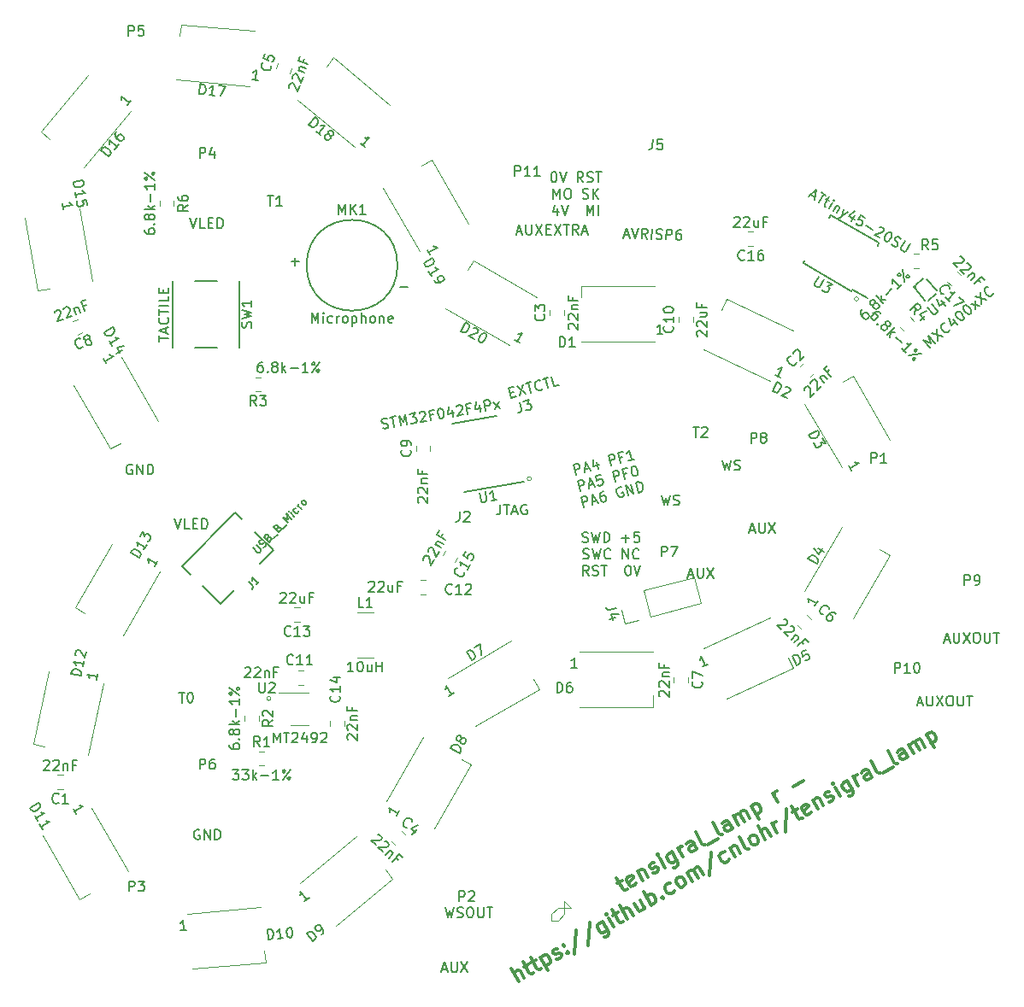
<source format=gbr>
G04 #@! TF.GenerationSoftware,KiCad,Pcbnew,(5.1.4)-1*
G04 #@! TF.CreationDate,2019-12-24T18:48:46-08:00*
G04 #@! TF.ProjectId,tensigral_lamp_hardware,74656e73-6967-4726-916c-5f6c616d705f,rev?*
G04 #@! TF.SameCoordinates,Original*
G04 #@! TF.FileFunction,Legend,Top*
G04 #@! TF.FilePolarity,Positive*
%FSLAX46Y46*%
G04 Gerber Fmt 4.6, Leading zero omitted, Abs format (unit mm)*
G04 Created by KiCad (PCBNEW (5.1.4)-1) date 2019-12-24 18:48:46*
%MOMM*%
%LPD*%
G04 APERTURE LIST*
%ADD10C,0.150000*%
%ADD11C,0.120000*%
%ADD12C,0.300000*%
%ADD13C,0.165100*%
G04 APERTURE END LIST*
D10*
X68145714Y-33102380D02*
X68240952Y-33102380D01*
X68336190Y-33150000D01*
X68383809Y-33197619D01*
X68431428Y-33292857D01*
X68479047Y-33483333D01*
X68479047Y-33721428D01*
X68431428Y-33911904D01*
X68383809Y-34007142D01*
X68336190Y-34054761D01*
X68240952Y-34102380D01*
X68145714Y-34102380D01*
X68050476Y-34054761D01*
X68002857Y-34007142D01*
X67955238Y-33911904D01*
X67907619Y-33721428D01*
X67907619Y-33483333D01*
X67955238Y-33292857D01*
X68002857Y-33197619D01*
X68050476Y-33150000D01*
X68145714Y-33102380D01*
X68764761Y-33102380D02*
X69098095Y-34102380D01*
X69431428Y-33102380D01*
X71098095Y-34102380D02*
X70764761Y-33626190D01*
X70526666Y-34102380D02*
X70526666Y-33102380D01*
X70907619Y-33102380D01*
X71002857Y-33150000D01*
X71050476Y-33197619D01*
X71098095Y-33292857D01*
X71098095Y-33435714D01*
X71050476Y-33530952D01*
X71002857Y-33578571D01*
X70907619Y-33626190D01*
X70526666Y-33626190D01*
X71479047Y-34054761D02*
X71621904Y-34102380D01*
X71860000Y-34102380D01*
X71955238Y-34054761D01*
X72002857Y-34007142D01*
X72050476Y-33911904D01*
X72050476Y-33816666D01*
X72002857Y-33721428D01*
X71955238Y-33673809D01*
X71860000Y-33626190D01*
X71669523Y-33578571D01*
X71574285Y-33530952D01*
X71526666Y-33483333D01*
X71479047Y-33388095D01*
X71479047Y-33292857D01*
X71526666Y-33197619D01*
X71574285Y-33150000D01*
X71669523Y-33102380D01*
X71907619Y-33102380D01*
X72050476Y-33150000D01*
X72336190Y-33102380D02*
X72907619Y-33102380D01*
X72621904Y-34102380D02*
X72621904Y-33102380D01*
X68145714Y-35752380D02*
X68145714Y-34752380D01*
X68479047Y-35466666D01*
X68812380Y-34752380D01*
X68812380Y-35752380D01*
X69479047Y-34752380D02*
X69669523Y-34752380D01*
X69764761Y-34800000D01*
X69860000Y-34895238D01*
X69907619Y-35085714D01*
X69907619Y-35419047D01*
X69860000Y-35609523D01*
X69764761Y-35704761D01*
X69669523Y-35752380D01*
X69479047Y-35752380D01*
X69383809Y-35704761D01*
X69288571Y-35609523D01*
X69240952Y-35419047D01*
X69240952Y-35085714D01*
X69288571Y-34895238D01*
X69383809Y-34800000D01*
X69479047Y-34752380D01*
X71050476Y-35704761D02*
X71193333Y-35752380D01*
X71431428Y-35752380D01*
X71526666Y-35704761D01*
X71574285Y-35657142D01*
X71621904Y-35561904D01*
X71621904Y-35466666D01*
X71574285Y-35371428D01*
X71526666Y-35323809D01*
X71431428Y-35276190D01*
X71240952Y-35228571D01*
X71145714Y-35180952D01*
X71098095Y-35133333D01*
X71050476Y-35038095D01*
X71050476Y-34942857D01*
X71098095Y-34847619D01*
X71145714Y-34800000D01*
X71240952Y-34752380D01*
X71479047Y-34752380D01*
X71621904Y-34800000D01*
X72050476Y-35752380D02*
X72050476Y-34752380D01*
X72621904Y-35752380D02*
X72193333Y-35180952D01*
X72621904Y-34752380D02*
X72050476Y-35323809D01*
X68550476Y-36735714D02*
X68550476Y-37402380D01*
X68312380Y-36354761D02*
X68074285Y-37069047D01*
X68693333Y-37069047D01*
X68931428Y-36402380D02*
X69264761Y-37402380D01*
X69598095Y-36402380D01*
X71455238Y-37402380D02*
X71455238Y-36402380D01*
X71788571Y-37116666D01*
X72121904Y-36402380D01*
X72121904Y-37402380D01*
X72598095Y-37402380D02*
X72598095Y-36402380D01*
X70398252Y-63107320D02*
X70139433Y-62141395D01*
X70507405Y-62042797D01*
X70611723Y-62064144D01*
X70670044Y-62097816D01*
X70740690Y-62177484D01*
X70777664Y-62315473D01*
X70756317Y-62419791D01*
X70722645Y-62478112D01*
X70642977Y-62548758D01*
X70275005Y-62647356D01*
X71244233Y-62584847D02*
X71704198Y-62461600D01*
X71226189Y-62885475D02*
X71289345Y-61833277D01*
X71870139Y-62712929D01*
X72433537Y-61871783D02*
X72606083Y-62515734D01*
X72104957Y-61565435D02*
X72059845Y-62317006D01*
X72657799Y-62156785D01*
X73847987Y-62182967D02*
X73589168Y-61217041D01*
X73957140Y-61118443D01*
X74061458Y-61139790D01*
X74119779Y-61173462D01*
X74190425Y-61253130D01*
X74227399Y-61391119D01*
X74206052Y-61495437D01*
X74172380Y-61553758D01*
X74092712Y-61624404D01*
X73724740Y-61723002D01*
X75000317Y-61331913D02*
X74678341Y-61418186D01*
X74813913Y-61924148D02*
X74555094Y-60958222D01*
X75015059Y-60834975D01*
X76147811Y-61566731D02*
X75595853Y-61714627D01*
X75871832Y-61640679D02*
X75613013Y-60674753D01*
X75557994Y-60837392D01*
X75490651Y-60954034D01*
X75410982Y-61024680D01*
X70825303Y-64701098D02*
X70566484Y-63735173D01*
X70934456Y-63636575D01*
X71038774Y-63657922D01*
X71097095Y-63691594D01*
X71167741Y-63771262D01*
X71204715Y-63909251D01*
X71183368Y-64013569D01*
X71149696Y-64071890D01*
X71070028Y-64142536D01*
X70702056Y-64241134D01*
X71671284Y-64178625D02*
X72131249Y-64055378D01*
X71653240Y-64479253D02*
X71716396Y-63427055D01*
X72297190Y-64306707D01*
X72820311Y-63131261D02*
X72360346Y-63254509D01*
X72437597Y-63726798D01*
X72471269Y-63668477D01*
X72550937Y-63597831D01*
X72780920Y-63536207D01*
X72885237Y-63557554D01*
X72943558Y-63591226D01*
X73014204Y-63670894D01*
X73075828Y-63900877D01*
X73054481Y-64005194D01*
X73020809Y-64063516D01*
X72941141Y-64134161D01*
X72711158Y-64195785D01*
X72606841Y-64174438D01*
X72548520Y-64140766D01*
X74275038Y-63776745D02*
X74016219Y-62810819D01*
X74384191Y-62712221D01*
X74488509Y-62733568D01*
X74546830Y-62767240D01*
X74617476Y-62846908D01*
X74654450Y-62984897D01*
X74633103Y-63089215D01*
X74599431Y-63147536D01*
X74519763Y-63218182D01*
X74151791Y-63316780D01*
X75427368Y-62925691D02*
X75105392Y-63011964D01*
X75240964Y-63517926D02*
X74982145Y-62552000D01*
X75442110Y-62428753D01*
X75994067Y-62280856D02*
X76086060Y-62256207D01*
X76190378Y-62277554D01*
X76248699Y-62311225D01*
X76319345Y-62390894D01*
X76414640Y-62562555D01*
X76476264Y-62792537D01*
X76479566Y-62988848D01*
X76458219Y-63093165D01*
X76424548Y-63151486D01*
X76344879Y-63222132D01*
X76252887Y-63246782D01*
X76148569Y-63225435D01*
X76090248Y-63191763D01*
X76019602Y-63112095D01*
X75924306Y-62940434D01*
X75862683Y-62710451D01*
X75859380Y-62514141D01*
X75880727Y-62409823D01*
X75914399Y-62351502D01*
X75994067Y-62280856D01*
X71137363Y-66325688D02*
X70878544Y-65359762D01*
X71246516Y-65261165D01*
X71350833Y-65282512D01*
X71409155Y-65316183D01*
X71479801Y-65395852D01*
X71516775Y-65533841D01*
X71495428Y-65638159D01*
X71461756Y-65696480D01*
X71382088Y-65767126D01*
X71014116Y-65865723D01*
X71983344Y-65803215D02*
X72443309Y-65679968D01*
X71965300Y-66103843D02*
X72028456Y-65051644D01*
X72609250Y-65931297D01*
X73086375Y-64768176D02*
X72902389Y-64817475D01*
X72822720Y-64888121D01*
X72789049Y-64946442D01*
X72734030Y-65109081D01*
X72737332Y-65305391D01*
X72835930Y-65673363D01*
X72906576Y-65753031D01*
X72964897Y-65786703D01*
X73069215Y-65808050D01*
X73253201Y-65758751D01*
X73332869Y-65688105D01*
X73366541Y-65629784D01*
X73387888Y-65525466D01*
X73326264Y-65295484D01*
X73255618Y-65215816D01*
X73197297Y-65182144D01*
X73092979Y-65160797D01*
X72908993Y-65210096D01*
X72829325Y-65280742D01*
X72795653Y-65339063D01*
X72774306Y-65443381D01*
X74846565Y-64345833D02*
X74742247Y-64324486D01*
X74604258Y-64361460D01*
X74478593Y-64444431D01*
X74411250Y-64561073D01*
X74389903Y-64665391D01*
X74393205Y-64861702D01*
X74430179Y-64999691D01*
X74525475Y-65171352D01*
X74596121Y-65251020D01*
X74712763Y-65318364D01*
X74863077Y-65327386D01*
X74955070Y-65302737D01*
X75080735Y-65219766D01*
X75114406Y-65161445D01*
X75028133Y-64839470D01*
X74844148Y-64888768D01*
X75553024Y-65142515D02*
X75294205Y-64176590D01*
X76104982Y-64994619D01*
X75846163Y-64028693D01*
X76564946Y-64871372D02*
X76306127Y-63905446D01*
X76536110Y-63843822D01*
X76686424Y-63852845D01*
X76803066Y-63920188D01*
X76873712Y-63999856D01*
X76969007Y-64171517D01*
X77005982Y-64309507D01*
X77009284Y-64505817D01*
X76987937Y-64610135D01*
X76920593Y-64726777D01*
X76794929Y-64809748D01*
X76564946Y-64871372D01*
D11*
X40160000Y-85300000D02*
G75*
G03X40160000Y-85300000I-200000J0D01*
G01*
X65960000Y-63500000D02*
G75*
G03X65960000Y-63500000I-200000J0D01*
G01*
X98360000Y-45700000D02*
G75*
G03X98360000Y-45700000I-200000J0D01*
G01*
D10*
X57131104Y-112129866D02*
X57607295Y-112129866D01*
X57035866Y-112415580D02*
X57369200Y-111415580D01*
X57702533Y-112415580D01*
X58035866Y-111415580D02*
X58035866Y-112225104D01*
X58083485Y-112320342D01*
X58131104Y-112367961D01*
X58226342Y-112415580D01*
X58416819Y-112415580D01*
X58512057Y-112367961D01*
X58559676Y-112320342D01*
X58607295Y-112225104D01*
X58607295Y-111415580D01*
X58988247Y-111415580D02*
X59654914Y-112415580D01*
X59654914Y-111415580D02*
X58988247Y-112415580D01*
X87611104Y-68594266D02*
X88087295Y-68594266D01*
X87515866Y-68879980D02*
X87849200Y-67879980D01*
X88182533Y-68879980D01*
X88515866Y-67879980D02*
X88515866Y-68689504D01*
X88563485Y-68784742D01*
X88611104Y-68832361D01*
X88706342Y-68879980D01*
X88896819Y-68879980D01*
X88992057Y-68832361D01*
X89039676Y-68784742D01*
X89087295Y-68689504D01*
X89087295Y-67879980D01*
X89468247Y-67879980D02*
X90134914Y-68879980D01*
X90134914Y-67879980D02*
X89468247Y-68879980D01*
X78851238Y-65136780D02*
X79089333Y-66136780D01*
X79279809Y-65422495D01*
X79470285Y-66136780D01*
X79708380Y-65136780D01*
X80041714Y-66089161D02*
X80184571Y-66136780D01*
X80422666Y-66136780D01*
X80517904Y-66089161D01*
X80565523Y-66041542D01*
X80613142Y-65946304D01*
X80613142Y-65851066D01*
X80565523Y-65755828D01*
X80517904Y-65708209D01*
X80422666Y-65660590D01*
X80232190Y-65612971D01*
X80136952Y-65565352D01*
X80089333Y-65517733D01*
X80041714Y-65422495D01*
X80041714Y-65327257D01*
X80089333Y-65232019D01*
X80136952Y-65184400D01*
X80232190Y-65136780D01*
X80470285Y-65136780D01*
X80613142Y-65184400D01*
X30618323Y-67473580D02*
X30951657Y-68473580D01*
X31284990Y-67473580D01*
X32094514Y-68473580D02*
X31618323Y-68473580D01*
X31618323Y-67473580D01*
X32427847Y-67949771D02*
X32761180Y-67949771D01*
X32904038Y-68473580D02*
X32427847Y-68473580D01*
X32427847Y-67473580D01*
X32904038Y-67473580D01*
X33332609Y-68473580D02*
X33332609Y-67473580D01*
X33570704Y-67473580D01*
X33713561Y-67521200D01*
X33808800Y-67616438D01*
X33856419Y-67711676D01*
X33904038Y-67902152D01*
X33904038Y-68045009D01*
X33856419Y-68235485D01*
X33808800Y-68330723D01*
X33713561Y-68425961D01*
X33570704Y-68473580D01*
X33332609Y-68473580D01*
X26416095Y-62136400D02*
X26320857Y-62088780D01*
X26178000Y-62088780D01*
X26035142Y-62136400D01*
X25939904Y-62231638D01*
X25892285Y-62326876D01*
X25844666Y-62517352D01*
X25844666Y-62660209D01*
X25892285Y-62850685D01*
X25939904Y-62945923D01*
X26035142Y-63041161D01*
X26178000Y-63088780D01*
X26273238Y-63088780D01*
X26416095Y-63041161D01*
X26463714Y-62993542D01*
X26463714Y-62660209D01*
X26273238Y-62660209D01*
X26892285Y-63088780D02*
X26892285Y-62088780D01*
X27463714Y-63088780D01*
X27463714Y-62088780D01*
X27939904Y-63088780D02*
X27939904Y-62088780D01*
X28178000Y-62088780D01*
X28320857Y-62136400D01*
X28416095Y-62231638D01*
X28463714Y-62326876D01*
X28511333Y-62517352D01*
X28511333Y-62660209D01*
X28463714Y-62850685D01*
X28416095Y-62945923D01*
X28320857Y-63041161D01*
X28178000Y-63088780D01*
X27939904Y-63088780D01*
X52959047Y-44521428D02*
X53720952Y-44521428D01*
X42164047Y-41981428D02*
X42925952Y-41981428D01*
X42545000Y-42362380D02*
X42545000Y-41600476D01*
D11*
X69850000Y-106045000D02*
X69215000Y-105410000D01*
X68580000Y-106045000D02*
X69850000Y-106045000D01*
X67945000Y-106680000D02*
X68580000Y-106045000D01*
X67945000Y-107315000D02*
X67945000Y-106680000D01*
X68580000Y-107315000D02*
X67945000Y-107315000D01*
X69215000Y-106680000D02*
X68580000Y-107315000D01*
X69215000Y-105410000D02*
X69215000Y-106680000D01*
D12*
X74439801Y-103633881D02*
X74934672Y-103348166D01*
X74375377Y-103093725D02*
X75018235Y-104207186D01*
X75151522Y-104295190D01*
X75310954Y-104285620D01*
X75434672Y-104214192D01*
X76326842Y-103616619D02*
X76238839Y-103749906D01*
X75991403Y-103892763D01*
X75831971Y-103902333D01*
X75698683Y-103814329D01*
X75412969Y-103319458D01*
X75403399Y-103160025D01*
X75491403Y-103026738D01*
X75738839Y-102883881D01*
X75898271Y-102874311D01*
X76031558Y-102962315D01*
X76102987Y-103086033D01*
X75555826Y-103566893D01*
X76481146Y-102455309D02*
X76981146Y-103321335D01*
X76552575Y-102579027D02*
X76578719Y-102481454D01*
X76666723Y-102348166D01*
X76852300Y-102241024D01*
X77011732Y-102231454D01*
X77145020Y-102319458D01*
X77537877Y-102999906D01*
X78058893Y-102616619D02*
X78218325Y-102607049D01*
X78465761Y-102464192D01*
X78553765Y-102330904D01*
X78544195Y-102171472D01*
X78508481Y-102109613D01*
X78375193Y-102021610D01*
X78215761Y-102031179D01*
X78030184Y-102138322D01*
X77870752Y-102147892D01*
X77737465Y-102059888D01*
X77701750Y-101998029D01*
X77692181Y-101838597D01*
X77780184Y-101705309D01*
X77965761Y-101598166D01*
X78125193Y-101588597D01*
X79208069Y-102035620D02*
X78708069Y-101169595D01*
X78458069Y-100736582D02*
X78431924Y-100834156D01*
X78529497Y-100860300D01*
X78555642Y-100762727D01*
X78458069Y-100736582D01*
X78529497Y-100860300D01*
X79883389Y-100491024D02*
X80490532Y-101542626D01*
X80500101Y-101702058D01*
X80473957Y-101799631D01*
X80385953Y-101932919D01*
X80200376Y-102040062D01*
X80040944Y-102049631D01*
X80347675Y-101295190D02*
X80259671Y-101428478D01*
X80012235Y-101571335D01*
X79852803Y-101580904D01*
X79755230Y-101554760D01*
X79621942Y-101466756D01*
X79407656Y-101095602D01*
X79398087Y-100936170D01*
X79424231Y-100838597D01*
X79512235Y-100705309D01*
X79759671Y-100562452D01*
X79919103Y-100552883D01*
X81001978Y-100999906D02*
X80501978Y-100133881D01*
X80644836Y-100381317D02*
X80635266Y-100221884D01*
X80661411Y-100124311D01*
X80749414Y-99991024D01*
X80873132Y-99919595D01*
X82362875Y-100214192D02*
X81970018Y-99533743D01*
X81836731Y-99445740D01*
X81677299Y-99455309D01*
X81429863Y-99598166D01*
X81341859Y-99731454D01*
X82327161Y-100152333D02*
X82239158Y-100285620D01*
X81929863Y-100464192D01*
X81770431Y-100473761D01*
X81637143Y-100385758D01*
X81565714Y-100262040D01*
X81556145Y-100102608D01*
X81644148Y-99969320D01*
X81953443Y-99790749D01*
X82041447Y-99657461D01*
X83167042Y-99749906D02*
X83007610Y-99759476D01*
X82874322Y-99671472D01*
X82231465Y-98558011D01*
X83424047Y-99766481D02*
X84413791Y-99195053D01*
X84837234Y-98785620D02*
X84677802Y-98795190D01*
X84544514Y-98707186D01*
X83901657Y-97593725D01*
X85888836Y-98178478D02*
X85495979Y-97498029D01*
X85362691Y-97410025D01*
X85203259Y-97419595D01*
X84955823Y-97562452D01*
X84867820Y-97695740D01*
X85853122Y-98116619D02*
X85765118Y-98249906D01*
X85455823Y-98428478D01*
X85296391Y-98438047D01*
X85163104Y-98350044D01*
X85091675Y-98226326D01*
X85082105Y-98066893D01*
X85170109Y-97933606D01*
X85479404Y-97755035D01*
X85567407Y-97621747D01*
X86507426Y-97821335D02*
X86007426Y-96955309D01*
X86078854Y-97079027D02*
X86104999Y-96981454D01*
X86193002Y-96848166D01*
X86378579Y-96741024D01*
X86538012Y-96731454D01*
X86671299Y-96819458D01*
X87064156Y-97499906D01*
X86671299Y-96819458D02*
X86661729Y-96660025D01*
X86749733Y-96526738D01*
X86935310Y-96419595D01*
X87094742Y-96410025D01*
X87228030Y-96498029D01*
X87620887Y-97178478D01*
X87739476Y-95955309D02*
X88489476Y-97254347D01*
X87775191Y-96017168D02*
X87863194Y-95883881D01*
X88110630Y-95741024D01*
X88270062Y-95731454D01*
X88367636Y-95757599D01*
X88500923Y-95845602D01*
X88715209Y-96216756D01*
X88724778Y-96376188D01*
X88698634Y-96473761D01*
X88610630Y-96607049D01*
X88363194Y-96749906D01*
X88203762Y-96759476D01*
X90404540Y-95571335D02*
X89904540Y-94705309D01*
X90047397Y-94952745D02*
X90037827Y-94793313D01*
X90063972Y-94695740D01*
X90151976Y-94562452D01*
X90275694Y-94491024D01*
X91912735Y-94040749D02*
X92902479Y-93469320D01*
X64709034Y-113351128D02*
X63959034Y-112052090D01*
X65265765Y-113029700D02*
X64872908Y-112349251D01*
X64739620Y-112261248D01*
X64580188Y-112270817D01*
X64394611Y-112377960D01*
X64306608Y-112511248D01*
X64280463Y-112608821D01*
X65198778Y-111913674D02*
X65693649Y-111627960D01*
X65134355Y-111373519D02*
X65777212Y-112486980D01*
X65910499Y-112574984D01*
X66069932Y-112565414D01*
X66193649Y-112493985D01*
X65941085Y-111485103D02*
X66435957Y-111199389D01*
X65876662Y-110944947D02*
X66519519Y-112058409D01*
X66652807Y-112146412D01*
X66812239Y-112136843D01*
X66935957Y-112065414D01*
X66868970Y-110949389D02*
X67618970Y-112248427D01*
X66904684Y-111011248D02*
X66992688Y-110877960D01*
X67240123Y-110735103D01*
X67399556Y-110725533D01*
X67497129Y-110751678D01*
X67630416Y-110839682D01*
X67844702Y-111210835D01*
X67854272Y-111370268D01*
X67828127Y-111467841D01*
X67740123Y-111601128D01*
X67492688Y-111743985D01*
X67333255Y-111753555D01*
X68446717Y-111110698D02*
X68606149Y-111101128D01*
X68853585Y-110958271D01*
X68941588Y-110824984D01*
X68932019Y-110665551D01*
X68896304Y-110603692D01*
X68763017Y-110515689D01*
X68603585Y-110525258D01*
X68418008Y-110632401D01*
X68258576Y-110641971D01*
X68125288Y-110553967D01*
X68089574Y-110492108D01*
X68080004Y-110332676D01*
X68168008Y-110199389D01*
X68353585Y-110092246D01*
X68513017Y-110082676D01*
X69524464Y-110405982D02*
X69622037Y-110432126D01*
X69595892Y-110529700D01*
X69498319Y-110503555D01*
X69524464Y-110405982D01*
X69595892Y-110529700D01*
X69131606Y-109725533D02*
X69229180Y-109751678D01*
X69203035Y-109849251D01*
X69105462Y-109823107D01*
X69131606Y-109725533D01*
X69203035Y-109849251D01*
X70356652Y-108275946D02*
X70207476Y-110588995D01*
X71717549Y-107490231D02*
X71568373Y-109803280D01*
X72993006Y-107413674D02*
X73600149Y-108465277D01*
X73609719Y-108624709D01*
X73583574Y-108722282D01*
X73495571Y-108855570D01*
X73309994Y-108962712D01*
X73150562Y-108972282D01*
X73457292Y-108217841D02*
X73369289Y-108351128D01*
X73121853Y-108493985D01*
X72962420Y-108503555D01*
X72864847Y-108477410D01*
X72731560Y-108389407D01*
X72517274Y-108018253D01*
X72507704Y-107858821D01*
X72533849Y-107761248D01*
X72621853Y-107627960D01*
X72869289Y-107485103D01*
X73028721Y-107475533D01*
X74111596Y-107922557D02*
X73611596Y-107056531D01*
X73361596Y-106623519D02*
X73335451Y-106721092D01*
X73433025Y-106747237D01*
X73459169Y-106649663D01*
X73361596Y-106623519D01*
X73433025Y-106747237D01*
X74044609Y-106806531D02*
X74539480Y-106520817D01*
X73980186Y-106266376D02*
X74623043Y-107379837D01*
X74756330Y-107467841D01*
X74915762Y-107458271D01*
X75039480Y-107386843D01*
X75472493Y-107136843D02*
X74722493Y-105837804D01*
X76029224Y-106815414D02*
X75636367Y-106134965D01*
X75503079Y-106046962D01*
X75343647Y-106056531D01*
X75158070Y-106163674D01*
X75070066Y-106296962D01*
X75043922Y-106394535D01*
X76704544Y-105270817D02*
X77204544Y-106136843D01*
X76147813Y-105592246D02*
X76540670Y-106272694D01*
X76673958Y-106360698D01*
X76833390Y-106351128D01*
X77018967Y-106243985D01*
X77106971Y-106110698D01*
X77133115Y-106013125D01*
X77823133Y-105779700D02*
X77073133Y-104480662D01*
X77358848Y-104975533D02*
X77446851Y-104842246D01*
X77694287Y-104699389D01*
X77853719Y-104689819D01*
X77951293Y-104715964D01*
X78084580Y-104803967D01*
X78298866Y-105175121D01*
X78308435Y-105334553D01*
X78282291Y-105432126D01*
X78194287Y-105565414D01*
X77946851Y-105708271D01*
X77787419Y-105717841D01*
X78927025Y-104977410D02*
X79024598Y-105003555D01*
X78998454Y-105101128D01*
X78900880Y-105074984D01*
X78927025Y-104977410D01*
X78998454Y-105101128D01*
X80138060Y-104360698D02*
X80050056Y-104493985D01*
X79802620Y-104636843D01*
X79643188Y-104646412D01*
X79545615Y-104620268D01*
X79412327Y-104532264D01*
X79198041Y-104161110D01*
X79188472Y-104001678D01*
X79214616Y-103904105D01*
X79302620Y-103770817D01*
X79550056Y-103627960D01*
X79709488Y-103618390D01*
X80916081Y-103993985D02*
X80756649Y-104003555D01*
X80659076Y-103977410D01*
X80525788Y-103889407D01*
X80311503Y-103518253D01*
X80301933Y-103358821D01*
X80328078Y-103261248D01*
X80416081Y-103127960D01*
X80601658Y-103020817D01*
X80761090Y-103011248D01*
X80858664Y-103037392D01*
X80991951Y-103125396D01*
X81206237Y-103496550D01*
X81215806Y-103655982D01*
X81189662Y-103753555D01*
X81101658Y-103886843D01*
X80916081Y-103993985D01*
X81905825Y-103422557D02*
X81405825Y-102556531D01*
X81477253Y-102680249D02*
X81503398Y-102582676D01*
X81591402Y-102449389D01*
X81776978Y-102342246D01*
X81936411Y-102332676D01*
X82069698Y-102420680D01*
X82462555Y-103101128D01*
X82069698Y-102420680D02*
X82060129Y-102261248D01*
X82148132Y-102127960D01*
X82333709Y-102020817D01*
X82493141Y-102011248D01*
X82626429Y-102099251D01*
X83019286Y-102779700D01*
X83780046Y-100525946D02*
X83630870Y-102838995D01*
X85519789Y-101253555D02*
X85431785Y-101386843D01*
X85184349Y-101529700D01*
X85024917Y-101539269D01*
X84927344Y-101513125D01*
X84794056Y-101425121D01*
X84579771Y-101053967D01*
X84570201Y-100894535D01*
X84596346Y-100796962D01*
X84684349Y-100663674D01*
X84931785Y-100520817D01*
X85091217Y-100511248D01*
X85612234Y-100127960D02*
X86112234Y-100993985D01*
X85683662Y-100251678D02*
X85709807Y-100154105D01*
X85797811Y-100020817D01*
X85983387Y-99913674D01*
X86142820Y-99904105D01*
X86276107Y-99992108D01*
X86668964Y-100672557D01*
X87473131Y-100208271D02*
X87313699Y-100217841D01*
X87180411Y-100129837D01*
X86537554Y-99016376D01*
X88153579Y-99815414D02*
X87994147Y-99824984D01*
X87896574Y-99798839D01*
X87763286Y-99710835D01*
X87549001Y-99339682D01*
X87539431Y-99180249D01*
X87565576Y-99082676D01*
X87653579Y-98949389D01*
X87839156Y-98842246D01*
X87998588Y-98832676D01*
X88096162Y-98858821D01*
X88229449Y-98946824D01*
X88443735Y-99317978D01*
X88453305Y-99477410D01*
X88427160Y-99574984D01*
X88339156Y-99708271D01*
X88153579Y-99815414D01*
X89143323Y-99243985D02*
X88393323Y-97944947D01*
X89700053Y-98922557D02*
X89307196Y-98242108D01*
X89173909Y-98154105D01*
X89014476Y-98163674D01*
X88828900Y-98270817D01*
X88740896Y-98404105D01*
X88714751Y-98501678D01*
X90318643Y-98565414D02*
X89818643Y-97699389D01*
X89961500Y-97946824D02*
X89951930Y-97787392D01*
X89978075Y-97689819D01*
X90066079Y-97556531D01*
X90189797Y-97485103D01*
X91264979Y-96204517D02*
X91115804Y-98517566D01*
X91798129Y-96556531D02*
X92293001Y-96270817D01*
X91733706Y-96016376D02*
X92376564Y-97129837D01*
X92509851Y-97217841D01*
X92669283Y-97208271D01*
X92793001Y-97136843D01*
X93685171Y-96539269D02*
X93597168Y-96672557D01*
X93349732Y-96815414D01*
X93190300Y-96824984D01*
X93057012Y-96736980D01*
X92771298Y-96242108D01*
X92761728Y-96082676D01*
X92849732Y-95949389D01*
X93097168Y-95806531D01*
X93256600Y-95796962D01*
X93389887Y-95884965D01*
X93461316Y-96008683D01*
X92914155Y-96489544D01*
X93839475Y-95377960D02*
X94339475Y-96243985D01*
X93910904Y-95501678D02*
X93937048Y-95404105D01*
X94025052Y-95270817D01*
X94210629Y-95163674D01*
X94370061Y-95154105D01*
X94503349Y-95242108D01*
X94896206Y-95922557D01*
X95417222Y-95539269D02*
X95576654Y-95529700D01*
X95824090Y-95386843D01*
X95912094Y-95253555D01*
X95902524Y-95094123D01*
X95866810Y-95032264D01*
X95733522Y-94944260D01*
X95574090Y-94953830D01*
X95388513Y-95060973D01*
X95229081Y-95070542D01*
X95095793Y-94982539D01*
X95060079Y-94920680D01*
X95050510Y-94761248D01*
X95138513Y-94627960D01*
X95324090Y-94520817D01*
X95483522Y-94511248D01*
X96566398Y-94958271D02*
X96066398Y-94092246D01*
X95816398Y-93659233D02*
X95790253Y-93756806D01*
X95887826Y-93782951D01*
X95913971Y-93685378D01*
X95816398Y-93659233D01*
X95887826Y-93782951D01*
X97241718Y-93413674D02*
X97848861Y-94465277D01*
X97858430Y-94624709D01*
X97832286Y-94722282D01*
X97744282Y-94855570D01*
X97558705Y-94962712D01*
X97399273Y-94972282D01*
X97706003Y-94217841D02*
X97618000Y-94351128D01*
X97370564Y-94493985D01*
X97211132Y-94503555D01*
X97113559Y-94477410D01*
X96980271Y-94389407D01*
X96765985Y-94018253D01*
X96756416Y-93858821D01*
X96782560Y-93761248D01*
X96870564Y-93627960D01*
X97118000Y-93485103D01*
X97277432Y-93475533D01*
X98360307Y-93922557D02*
X97860307Y-93056531D01*
X98003164Y-93303967D02*
X97993595Y-93144535D01*
X98019740Y-93046962D01*
X98107743Y-92913674D01*
X98231461Y-92842246D01*
X99721204Y-93136843D02*
X99328347Y-92456394D01*
X99195060Y-92368390D01*
X99035628Y-92377960D01*
X98788192Y-92520817D01*
X98700188Y-92654105D01*
X99685490Y-93074984D02*
X99597486Y-93208271D01*
X99288192Y-93386843D01*
X99128759Y-93396412D01*
X98995472Y-93308409D01*
X98924043Y-93184691D01*
X98914474Y-93025258D01*
X99002477Y-92891971D01*
X99311772Y-92713400D01*
X99399776Y-92580112D01*
X100525371Y-92672557D02*
X100365939Y-92682126D01*
X100232651Y-92594123D01*
X99589794Y-91480662D01*
X100782376Y-92689132D02*
X101772120Y-92117703D01*
X102195563Y-91708271D02*
X102036130Y-91717841D01*
X101902843Y-91629837D01*
X101259986Y-90516376D01*
X103247165Y-91101128D02*
X102854308Y-90420680D01*
X102721020Y-90332676D01*
X102561588Y-90342246D01*
X102314152Y-90485103D01*
X102226149Y-90618390D01*
X103211451Y-91039269D02*
X103123447Y-91172557D01*
X102814152Y-91351128D01*
X102654720Y-91360698D01*
X102521433Y-91272694D01*
X102450004Y-91148976D01*
X102440434Y-90989544D01*
X102528438Y-90856257D01*
X102837733Y-90677685D01*
X102925736Y-90544398D01*
X103865755Y-90743985D02*
X103365755Y-89877960D01*
X103437183Y-90001678D02*
X103463328Y-89904105D01*
X103551331Y-89770817D01*
X103736908Y-89663674D01*
X103896340Y-89654105D01*
X104029628Y-89742108D01*
X104422485Y-90422557D01*
X104029628Y-89742108D02*
X104020058Y-89582676D01*
X104108062Y-89449389D01*
X104293639Y-89342246D01*
X104453071Y-89332676D01*
X104586359Y-89420680D01*
X104979216Y-90101128D01*
X105097805Y-88877960D02*
X105847805Y-90176998D01*
X105133520Y-88939819D02*
X105221523Y-88806531D01*
X105468959Y-88663674D01*
X105628391Y-88654105D01*
X105725965Y-88680249D01*
X105859252Y-88768253D01*
X106073538Y-89139407D01*
X106083107Y-89298839D01*
X106056963Y-89396412D01*
X105968959Y-89529700D01*
X105721523Y-89672557D01*
X105562091Y-89682126D01*
D10*
X71016666Y-69754761D02*
X71159523Y-69802380D01*
X71397619Y-69802380D01*
X71492857Y-69754761D01*
X71540476Y-69707142D01*
X71588095Y-69611904D01*
X71588095Y-69516666D01*
X71540476Y-69421428D01*
X71492857Y-69373809D01*
X71397619Y-69326190D01*
X71207142Y-69278571D01*
X71111904Y-69230952D01*
X71064285Y-69183333D01*
X71016666Y-69088095D01*
X71016666Y-68992857D01*
X71064285Y-68897619D01*
X71111904Y-68850000D01*
X71207142Y-68802380D01*
X71445238Y-68802380D01*
X71588095Y-68850000D01*
X71921428Y-68802380D02*
X72159523Y-69802380D01*
X72350000Y-69088095D01*
X72540476Y-69802380D01*
X72778571Y-68802380D01*
X73159523Y-69802380D02*
X73159523Y-68802380D01*
X73397619Y-68802380D01*
X73540476Y-68850000D01*
X73635714Y-68945238D01*
X73683333Y-69040476D01*
X73730952Y-69230952D01*
X73730952Y-69373809D01*
X73683333Y-69564285D01*
X73635714Y-69659523D01*
X73540476Y-69754761D01*
X73397619Y-69802380D01*
X73159523Y-69802380D01*
X74921428Y-69421428D02*
X75683333Y-69421428D01*
X75302380Y-69802380D02*
X75302380Y-69040476D01*
X76635714Y-68802380D02*
X76159523Y-68802380D01*
X76111904Y-69278571D01*
X76159523Y-69230952D01*
X76254761Y-69183333D01*
X76492857Y-69183333D01*
X76588095Y-69230952D01*
X76635714Y-69278571D01*
X76683333Y-69373809D01*
X76683333Y-69611904D01*
X76635714Y-69707142D01*
X76588095Y-69754761D01*
X76492857Y-69802380D01*
X76254761Y-69802380D01*
X76159523Y-69754761D01*
X76111904Y-69707142D01*
X71088095Y-71404761D02*
X71230952Y-71452380D01*
X71469047Y-71452380D01*
X71564285Y-71404761D01*
X71611904Y-71357142D01*
X71659523Y-71261904D01*
X71659523Y-71166666D01*
X71611904Y-71071428D01*
X71564285Y-71023809D01*
X71469047Y-70976190D01*
X71278571Y-70928571D01*
X71183333Y-70880952D01*
X71135714Y-70833333D01*
X71088095Y-70738095D01*
X71088095Y-70642857D01*
X71135714Y-70547619D01*
X71183333Y-70500000D01*
X71278571Y-70452380D01*
X71516666Y-70452380D01*
X71659523Y-70500000D01*
X71992857Y-70452380D02*
X72230952Y-71452380D01*
X72421428Y-70738095D01*
X72611904Y-71452380D01*
X72850000Y-70452380D01*
X73802380Y-71357142D02*
X73754761Y-71404761D01*
X73611904Y-71452380D01*
X73516666Y-71452380D01*
X73373809Y-71404761D01*
X73278571Y-71309523D01*
X73230952Y-71214285D01*
X73183333Y-71023809D01*
X73183333Y-70880952D01*
X73230952Y-70690476D01*
X73278571Y-70595238D01*
X73373809Y-70500000D01*
X73516666Y-70452380D01*
X73611904Y-70452380D01*
X73754761Y-70500000D01*
X73802380Y-70547619D01*
X74992857Y-71452380D02*
X74992857Y-70452380D01*
X75564285Y-71452380D01*
X75564285Y-70452380D01*
X76611904Y-71357142D02*
X76564285Y-71404761D01*
X76421428Y-71452380D01*
X76326190Y-71452380D01*
X76183333Y-71404761D01*
X76088095Y-71309523D01*
X76040476Y-71214285D01*
X75992857Y-71023809D01*
X75992857Y-70880952D01*
X76040476Y-70690476D01*
X76088095Y-70595238D01*
X76183333Y-70500000D01*
X76326190Y-70452380D01*
X76421428Y-70452380D01*
X76564285Y-70500000D01*
X76611904Y-70547619D01*
X71635714Y-73102380D02*
X71302380Y-72626190D01*
X71064285Y-73102380D02*
X71064285Y-72102380D01*
X71445238Y-72102380D01*
X71540476Y-72150000D01*
X71588095Y-72197619D01*
X71635714Y-72292857D01*
X71635714Y-72435714D01*
X71588095Y-72530952D01*
X71540476Y-72578571D01*
X71445238Y-72626190D01*
X71064285Y-72626190D01*
X72016666Y-73054761D02*
X72159523Y-73102380D01*
X72397619Y-73102380D01*
X72492857Y-73054761D01*
X72540476Y-73007142D01*
X72588095Y-72911904D01*
X72588095Y-72816666D01*
X72540476Y-72721428D01*
X72492857Y-72673809D01*
X72397619Y-72626190D01*
X72207142Y-72578571D01*
X72111904Y-72530952D01*
X72064285Y-72483333D01*
X72016666Y-72388095D01*
X72016666Y-72292857D01*
X72064285Y-72197619D01*
X72111904Y-72150000D01*
X72207142Y-72102380D01*
X72445238Y-72102380D01*
X72588095Y-72150000D01*
X72873809Y-72102380D02*
X73445238Y-72102380D01*
X73159523Y-73102380D02*
X73159523Y-72102380D01*
X75492857Y-72102380D02*
X75588095Y-72102380D01*
X75683333Y-72150000D01*
X75730952Y-72197619D01*
X75778571Y-72292857D01*
X75826190Y-72483333D01*
X75826190Y-72721428D01*
X75778571Y-72911904D01*
X75730952Y-73007142D01*
X75683333Y-73054761D01*
X75588095Y-73102380D01*
X75492857Y-73102380D01*
X75397619Y-73054761D01*
X75350000Y-73007142D01*
X75302380Y-72911904D01*
X75254761Y-72721428D01*
X75254761Y-72483333D01*
X75302380Y-72292857D01*
X75350000Y-72197619D01*
X75397619Y-72150000D01*
X75492857Y-72102380D01*
X76111904Y-72102380D02*
X76445238Y-73102380D01*
X76778571Y-72102380D01*
D11*
X19561252Y-94310000D02*
X19038748Y-94310000D01*
X19561252Y-92890000D02*
X19038748Y-92890000D01*
X93592529Y-53411563D02*
X93961995Y-53042097D01*
X92588437Y-52407471D02*
X92957903Y-52038005D01*
X67790000Y-47311252D02*
X67790000Y-46788748D01*
X69210000Y-47311252D02*
X69210000Y-46788748D01*
X52113221Y-99417313D02*
X52482687Y-99786779D01*
X53117313Y-98413221D02*
X53486779Y-98782687D01*
X40668681Y-22827446D02*
X40847388Y-22336453D01*
X42003044Y-23313115D02*
X42181751Y-22822122D01*
X92288005Y-78042097D02*
X92657471Y-78411563D01*
X93292097Y-77038005D02*
X93661563Y-77407471D01*
X81510000Y-83188748D02*
X81510000Y-83711252D01*
X80090000Y-83188748D02*
X80090000Y-83711252D01*
X21002662Y-47693465D02*
X20511669Y-47872172D01*
X21488331Y-49027828D02*
X20997338Y-49206535D01*
X54540000Y-60761252D02*
X54540000Y-60238748D01*
X55960000Y-60761252D02*
X55960000Y-60238748D01*
X70900000Y-44400000D02*
X70900000Y-45550000D01*
X78200000Y-44400000D02*
X70900000Y-44400000D01*
X78200000Y-49900000D02*
X70900000Y-49900000D01*
X89595823Y-53784903D02*
X82979776Y-50699790D01*
X91920224Y-48800210D02*
X85304177Y-45715097D01*
X85304177Y-45715097D02*
X84818166Y-46757351D01*
X97806570Y-53314007D02*
X96810641Y-53889007D01*
X101456570Y-59635993D02*
X97806570Y-53314007D01*
X96693430Y-62385993D02*
X93043430Y-56064007D01*
X93043430Y-74635993D02*
X96693430Y-68314007D01*
X97806570Y-77385993D02*
X101456570Y-71064007D01*
X101456570Y-71064007D02*
X100460641Y-70489007D01*
X82979776Y-80350210D02*
X89595823Y-77265097D01*
X85304177Y-85334903D02*
X91920224Y-82249790D01*
X91920224Y-82249790D02*
X91434213Y-81207536D01*
X78000000Y-86150000D02*
X78000000Y-85000000D01*
X70700000Y-86150000D02*
X78000000Y-86150000D01*
X70700000Y-80650000D02*
X78000000Y-80650000D01*
X57664007Y-83243430D02*
X63985993Y-79593430D01*
X60414007Y-88006570D02*
X66735993Y-84356570D01*
X66735993Y-84356570D02*
X66160993Y-83360641D01*
X60006570Y-91864007D02*
X59010641Y-91289007D01*
X56356570Y-98185993D02*
X60006570Y-91864007D01*
X51593430Y-95435993D02*
X55243430Y-89114007D01*
X43086272Y-103639553D02*
X48678396Y-98947203D01*
X46621604Y-107852797D02*
X52213728Y-103160447D01*
X52213728Y-103160447D02*
X51474522Y-102279496D01*
X39625789Y-111471417D02*
X39525560Y-110325793D01*
X32353568Y-112107654D02*
X39625789Y-111471417D01*
X31874211Y-106628583D02*
X39146432Y-105992346D01*
X22356570Y-96114007D02*
X26006570Y-102435993D01*
X17593430Y-98864007D02*
X21243430Y-105185993D01*
X21243430Y-105185993D02*
X22239359Y-104610993D01*
X16641216Y-89778482D02*
X17766086Y-90017580D01*
X18158972Y-82638004D02*
X16641216Y-89778482D01*
X23538784Y-83781518D02*
X22021028Y-90921996D01*
X20743430Y-76285993D02*
X21739359Y-76860993D01*
X24393430Y-69964007D02*
X20743430Y-76285993D01*
X29156570Y-72714007D02*
X25506570Y-79035993D01*
X25356570Y-51464007D02*
X29006570Y-57785993D01*
X20593430Y-54214007D02*
X24243430Y-60535993D01*
X24243430Y-60535993D02*
X25239359Y-59960993D01*
X17075595Y-44872081D02*
X18208123Y-44672385D01*
X15807963Y-37682984D02*
X17075595Y-44872081D01*
X21224405Y-36727919D02*
X22492037Y-43917016D01*
X17397203Y-29128396D02*
X18278154Y-29867602D01*
X22089553Y-23536272D02*
X17397203Y-29128396D01*
X26302797Y-27071604D02*
X21610447Y-32663728D01*
X31253568Y-18492346D02*
X31153339Y-19637970D01*
X38525789Y-19128583D02*
X31253568Y-18492346D01*
X38046432Y-24607654D02*
X30774211Y-23971417D01*
X48428396Y-30652797D02*
X42836272Y-25960447D01*
X51963728Y-26439553D02*
X46371604Y-21747203D01*
X46371604Y-21747203D02*
X45632398Y-22628154D01*
X56056570Y-31914007D02*
X55060641Y-32489007D01*
X59706570Y-38235993D02*
X56056570Y-31914007D01*
X54943430Y-40985993D02*
X51293430Y-34664007D01*
X63785993Y-50256570D02*
X57464007Y-46606570D01*
X66535993Y-45493430D02*
X60214007Y-41843430D01*
X60214007Y-41843430D02*
X59639007Y-42839359D01*
D10*
X62517621Y-57268121D02*
X58135227Y-58040855D01*
X65217625Y-63798481D02*
X59333399Y-64836029D01*
D11*
X81960000Y-48011252D02*
X81960000Y-47488748D01*
X80540000Y-48011252D02*
X80540000Y-47488748D01*
X42868748Y-83960000D02*
X43391252Y-83960000D01*
X42868748Y-82540000D02*
X43391252Y-82540000D01*
X54983748Y-73540000D02*
X55506252Y-73540000D01*
X54983748Y-74960000D02*
X55506252Y-74960000D01*
X43011252Y-77710000D02*
X42488748Y-77710000D01*
X43011252Y-76290000D02*
X42488748Y-76290000D01*
X46040000Y-87488748D02*
X46040000Y-88011252D01*
X47460000Y-87488748D02*
X47460000Y-88011252D01*
X58658004Y-71341073D02*
X58396752Y-71793575D01*
X57428248Y-70631073D02*
X57166996Y-71083575D01*
X48702631Y-76790000D02*
X50297369Y-76790000D01*
X48702631Y-81210000D02*
X50297369Y-81210000D01*
X38988748Y-91960000D02*
X39511252Y-91960000D01*
X38988748Y-90540000D02*
X39511252Y-90540000D01*
X38960000Y-86988748D02*
X38960000Y-87511252D01*
X37540000Y-86988748D02*
X37540000Y-87511252D01*
X39161252Y-54860000D02*
X38638748Y-54860000D01*
X39161252Y-53440000D02*
X38638748Y-53440000D01*
D10*
X34800000Y-43900000D02*
X32600000Y-43900000D01*
X32600000Y-50500000D02*
X34800000Y-50500000D01*
X30400000Y-43900000D02*
X30400000Y-50500000D01*
X37000000Y-43900000D02*
X37000000Y-50500000D01*
D11*
X42120000Y-87920000D02*
X43920000Y-87920000D01*
X43920000Y-84700000D02*
X40970000Y-84700000D01*
X82735814Y-75825651D02*
X82047355Y-73256289D01*
X77770955Y-77155981D02*
X82735814Y-75825651D01*
X77082496Y-74586618D02*
X82047355Y-73256289D01*
X77770955Y-77155981D02*
X77082496Y-74586618D01*
X76544229Y-77484681D02*
X75259548Y-77828911D01*
X75259548Y-77828911D02*
X74915319Y-76544229D01*
D10*
X97654070Y-44910900D02*
X97756570Y-44733365D01*
X92890930Y-42160900D02*
X93040930Y-41901092D01*
X95645930Y-37389100D02*
X95495930Y-37648908D01*
X100409070Y-40139100D02*
X100259070Y-40398908D01*
X97654070Y-44910900D02*
X92890930Y-42160900D01*
X100409070Y-40139100D02*
X95645930Y-37389100D01*
X97756570Y-44733365D02*
X99272114Y-45608365D01*
X52700000Y-42350000D02*
G75*
G03X52700000Y-42350000I-4500000J0D01*
G01*
D11*
X87961252Y-39040000D02*
X87438748Y-39040000D01*
X87961252Y-40460000D02*
X87438748Y-40460000D01*
X108167313Y-42963221D02*
X108536779Y-43332687D01*
X107163221Y-43967313D02*
X107532687Y-44336779D01*
X103492097Y-47488005D02*
X103861563Y-47857471D01*
X102488005Y-48492097D02*
X102857471Y-48861563D01*
X104361252Y-41190000D02*
X103838748Y-41190000D01*
X104361252Y-42610000D02*
X103838748Y-42610000D01*
X30555000Y-35933748D02*
X30555000Y-36456252D01*
X29135000Y-35933748D02*
X29135000Y-36456252D01*
D10*
X103980471Y-44685232D02*
X104944652Y-45834299D01*
X105296860Y-45865113D02*
X106062905Y-45222326D01*
X106093719Y-44870118D02*
X105129538Y-43721051D01*
X104777330Y-43690237D02*
X104011285Y-44333024D01*
X103980471Y-44685232D02*
X104011285Y-44333024D01*
X104011285Y-44333024D02*
X103819774Y-44493721D01*
X103819774Y-44493721D02*
X103980471Y-44685232D01*
X35601368Y-67837035D02*
X32336473Y-71217932D01*
X32336473Y-71217932D02*
X31363952Y-72225008D01*
X35601368Y-67837035D02*
X36573889Y-66829959D01*
X36573889Y-66829959D02*
X37329196Y-67559350D01*
X31363952Y-72225008D02*
X32191192Y-73023865D01*
X40422357Y-70546381D02*
X39102506Y-71913127D01*
X38588041Y-68775002D02*
X40422357Y-70546381D01*
X35212419Y-75941430D02*
X33378103Y-74170051D01*
X36532270Y-74574684D02*
X35212419Y-75941430D01*
X81988095Y-58377380D02*
X82559523Y-58377380D01*
X82273809Y-59377380D02*
X82273809Y-58377380D01*
X82845238Y-58472619D02*
X82892857Y-58425000D01*
X82988095Y-58377380D01*
X83226190Y-58377380D01*
X83321428Y-58425000D01*
X83369047Y-58472619D01*
X83416666Y-58567857D01*
X83416666Y-58663095D01*
X83369047Y-58805952D01*
X82797619Y-59377380D01*
X83416666Y-59377380D01*
X64786290Y-55907313D02*
X64971161Y-56597260D01*
X64962138Y-56747574D01*
X64894795Y-56864217D01*
X64769130Y-56947187D01*
X64677137Y-56971837D01*
X65154262Y-55808715D02*
X65752216Y-55648494D01*
X65528838Y-56102739D01*
X65666828Y-56065765D01*
X65771145Y-56087112D01*
X65829467Y-56120783D01*
X65900112Y-56200452D01*
X65961736Y-56430434D01*
X65940389Y-56534752D01*
X65906717Y-56593073D01*
X65827049Y-56663719D01*
X65551070Y-56737667D01*
X65446753Y-56716320D01*
X65388431Y-56682648D01*
X63854687Y-54991078D02*
X64176663Y-54904805D01*
X64450224Y-55373792D02*
X63990259Y-55497039D01*
X63731440Y-54531114D01*
X64191405Y-54407866D01*
X64513380Y-54321593D02*
X65416150Y-55114973D01*
X65157331Y-54149047D02*
X64772199Y-55287519D01*
X65387313Y-54087424D02*
X65939271Y-53939527D01*
X65922111Y-54979401D02*
X65663292Y-54013475D01*
X67047373Y-54579290D02*
X67013701Y-54637612D01*
X66888037Y-54720582D01*
X66796044Y-54745232D01*
X66645730Y-54736209D01*
X66529087Y-54668866D01*
X66458441Y-54589198D01*
X66363146Y-54417537D01*
X66326172Y-54279547D01*
X66322869Y-54083237D01*
X66344216Y-53978919D01*
X66411560Y-53862276D01*
X66537225Y-53779306D01*
X66629218Y-53754656D01*
X66779532Y-53763679D01*
X66837853Y-53797351D01*
X67089182Y-53631409D02*
X67641140Y-53483513D01*
X67623980Y-54523387D02*
X67365161Y-53557461D01*
X68681899Y-54239918D02*
X68221934Y-54363165D01*
X67963115Y-53397240D01*
X19133333Y-95607142D02*
X19085714Y-95654761D01*
X18942857Y-95702380D01*
X18847619Y-95702380D01*
X18704761Y-95654761D01*
X18609523Y-95559523D01*
X18561904Y-95464285D01*
X18514285Y-95273809D01*
X18514285Y-95130952D01*
X18561904Y-94940476D01*
X18609523Y-94845238D01*
X18704761Y-94750000D01*
X18847619Y-94702380D01*
X18942857Y-94702380D01*
X19085714Y-94750000D01*
X19133333Y-94797619D01*
X20085714Y-95702380D02*
X19514285Y-95702380D01*
X19800000Y-95702380D02*
X19800000Y-94702380D01*
X19704761Y-94845238D01*
X19609523Y-94940476D01*
X19514285Y-94988095D01*
X17657142Y-91497619D02*
X17704761Y-91450000D01*
X17800000Y-91402380D01*
X18038095Y-91402380D01*
X18133333Y-91450000D01*
X18180952Y-91497619D01*
X18228571Y-91592857D01*
X18228571Y-91688095D01*
X18180952Y-91830952D01*
X17609523Y-92402380D01*
X18228571Y-92402380D01*
X18609523Y-91497619D02*
X18657142Y-91450000D01*
X18752380Y-91402380D01*
X18990476Y-91402380D01*
X19085714Y-91450000D01*
X19133333Y-91497619D01*
X19180952Y-91592857D01*
X19180952Y-91688095D01*
X19133333Y-91830952D01*
X18561904Y-92402380D01*
X19180952Y-92402380D01*
X19609523Y-91735714D02*
X19609523Y-92402380D01*
X19609523Y-91830952D02*
X19657142Y-91783333D01*
X19752380Y-91735714D01*
X19895238Y-91735714D01*
X19990476Y-91783333D01*
X20038095Y-91878571D01*
X20038095Y-92402380D01*
X20847619Y-91878571D02*
X20514285Y-91878571D01*
X20514285Y-92402380D02*
X20514285Y-91402380D01*
X20990476Y-91402380D01*
X92243177Y-51928447D02*
X92243177Y-51995790D01*
X92175833Y-52130477D01*
X92108490Y-52197821D01*
X91973802Y-52265164D01*
X91839115Y-52265164D01*
X91738100Y-52231493D01*
X91569741Y-52130477D01*
X91468726Y-52029462D01*
X91367711Y-51861103D01*
X91334039Y-51760088D01*
X91334039Y-51625401D01*
X91401383Y-51490714D01*
X91468726Y-51423370D01*
X91603413Y-51356027D01*
X91670757Y-51356027D01*
X91940131Y-51086653D02*
X91940131Y-51019309D01*
X91973802Y-50918294D01*
X92142161Y-50749935D01*
X92243177Y-50716264D01*
X92310520Y-50716264D01*
X92411535Y-50749935D01*
X92478879Y-50817279D01*
X92546222Y-50951966D01*
X92546222Y-51760088D01*
X92983955Y-51322355D01*
X92960384Y-54733303D02*
X92960384Y-54665960D01*
X92994056Y-54564945D01*
X93162415Y-54396586D01*
X93263430Y-54362914D01*
X93330774Y-54362914D01*
X93431789Y-54396586D01*
X93499132Y-54463929D01*
X93566476Y-54598616D01*
X93566476Y-55406738D01*
X94004209Y-54969006D01*
X93633819Y-54059868D02*
X93633819Y-53992525D01*
X93667491Y-53891510D01*
X93835850Y-53723151D01*
X93936865Y-53689479D01*
X94004209Y-53689479D01*
X94105224Y-53723151D01*
X94172567Y-53790494D01*
X94239911Y-53925181D01*
X94239911Y-54733303D01*
X94677644Y-54295571D01*
X94509285Y-53521120D02*
X94980690Y-53992525D01*
X94576629Y-53588464D02*
X94576629Y-53521120D01*
X94610300Y-53420105D01*
X94711316Y-53319090D01*
X94812331Y-53285418D01*
X94913346Y-53319090D01*
X95283735Y-53689479D01*
X95485766Y-52746670D02*
X95250064Y-52982372D01*
X95620453Y-53352761D02*
X94913346Y-52645655D01*
X95250064Y-52308937D01*
X67207142Y-47216666D02*
X67254761Y-47264285D01*
X67302380Y-47407142D01*
X67302380Y-47502380D01*
X67254761Y-47645238D01*
X67159523Y-47740476D01*
X67064285Y-47788095D01*
X66873809Y-47835714D01*
X66730952Y-47835714D01*
X66540476Y-47788095D01*
X66445238Y-47740476D01*
X66350000Y-47645238D01*
X66302380Y-47502380D01*
X66302380Y-47407142D01*
X66350000Y-47264285D01*
X66397619Y-47216666D01*
X66302380Y-46883333D02*
X66302380Y-46264285D01*
X66683333Y-46597619D01*
X66683333Y-46454761D01*
X66730952Y-46359523D01*
X66778571Y-46311904D01*
X66873809Y-46264285D01*
X67111904Y-46264285D01*
X67207142Y-46311904D01*
X67254761Y-46359523D01*
X67302380Y-46454761D01*
X67302380Y-46740476D01*
X67254761Y-46835714D01*
X67207142Y-46883333D01*
X69697619Y-48692857D02*
X69650000Y-48645238D01*
X69602380Y-48550000D01*
X69602380Y-48311904D01*
X69650000Y-48216666D01*
X69697619Y-48169047D01*
X69792857Y-48121428D01*
X69888095Y-48121428D01*
X70030952Y-48169047D01*
X70602380Y-48740476D01*
X70602380Y-48121428D01*
X69697619Y-47740476D02*
X69650000Y-47692857D01*
X69602380Y-47597619D01*
X69602380Y-47359523D01*
X69650000Y-47264285D01*
X69697619Y-47216666D01*
X69792857Y-47169047D01*
X69888095Y-47169047D01*
X70030952Y-47216666D01*
X70602380Y-47788095D01*
X70602380Y-47169047D01*
X69935714Y-46740476D02*
X70602380Y-46740476D01*
X70030952Y-46740476D02*
X69983333Y-46692857D01*
X69935714Y-46597619D01*
X69935714Y-46454761D01*
X69983333Y-46359523D01*
X70078571Y-46311904D01*
X70602380Y-46311904D01*
X70078571Y-45502380D02*
X70078571Y-45835714D01*
X70602380Y-45835714D02*
X69602380Y-45835714D01*
X69602380Y-45359523D01*
X53596336Y-98067961D02*
X53528993Y-98067961D01*
X53394306Y-98000617D01*
X53326962Y-97933274D01*
X53259619Y-97798586D01*
X53259619Y-97663899D01*
X53293290Y-97562884D01*
X53394306Y-97394525D01*
X53495321Y-97293510D01*
X53663680Y-97192495D01*
X53764695Y-97158823D01*
X53899382Y-97158823D01*
X54034069Y-97226167D01*
X54101413Y-97293510D01*
X54168756Y-97428197D01*
X54168756Y-97495541D01*
X54606489Y-98269991D02*
X54135084Y-98741396D01*
X54707504Y-97832258D02*
X54034069Y-98168976D01*
X54471802Y-98606709D01*
X50791480Y-98785168D02*
X50858823Y-98785168D01*
X50959838Y-98818840D01*
X51128197Y-98987199D01*
X51161869Y-99088214D01*
X51161869Y-99155558D01*
X51128197Y-99256573D01*
X51060854Y-99323916D01*
X50926167Y-99391260D01*
X50118045Y-99391260D01*
X50555777Y-99828993D01*
X51464915Y-99458603D02*
X51532258Y-99458603D01*
X51633273Y-99492275D01*
X51801632Y-99660634D01*
X51835304Y-99761649D01*
X51835304Y-99828993D01*
X51801632Y-99930008D01*
X51734289Y-99997351D01*
X51599602Y-100064695D01*
X50791480Y-100064695D01*
X51229212Y-100502428D01*
X52003663Y-100334069D02*
X51532258Y-100805474D01*
X51936319Y-100401413D02*
X52003663Y-100401413D01*
X52104678Y-100435084D01*
X52205693Y-100536100D01*
X52239365Y-100637115D01*
X52205693Y-100738130D01*
X51835304Y-101108519D01*
X52778113Y-101310550D02*
X52542411Y-101074848D01*
X52172022Y-101445237D02*
X52879128Y-100738130D01*
X53215846Y-101074848D01*
X40153324Y-22539216D02*
X40181784Y-22600250D01*
X40177671Y-22750778D01*
X40145098Y-22840273D01*
X40051491Y-22958228D01*
X39929423Y-23015149D01*
X39823642Y-23027323D01*
X39628366Y-23006924D01*
X39494124Y-22958064D01*
X39331422Y-22848170D01*
X39258214Y-22770849D01*
X39201293Y-22648781D01*
X39205406Y-22498253D01*
X39237979Y-22408758D01*
X39331586Y-22290803D01*
X39392620Y-22262343D01*
X39612572Y-21379571D02*
X39449706Y-21827044D01*
X39880892Y-22034658D01*
X39852431Y-21973624D01*
X39840257Y-21867843D01*
X39921690Y-21644106D01*
X39999011Y-21570898D01*
X40060045Y-21542438D01*
X40165826Y-21530264D01*
X40389563Y-21611697D01*
X40462770Y-21689018D01*
X40491231Y-21750052D01*
X40503405Y-21855833D01*
X40421972Y-22079569D01*
X40344651Y-22152777D01*
X40283617Y-22181238D01*
X41988719Y-24778174D02*
X41960259Y-24717140D01*
X41948085Y-24611359D01*
X42029518Y-24387622D01*
X42106839Y-24314414D01*
X42167873Y-24285954D01*
X42273654Y-24273780D01*
X42363148Y-24306353D01*
X42481104Y-24399961D01*
X42822631Y-25132368D01*
X43034357Y-24550653D01*
X42314453Y-23883228D02*
X42285992Y-23822195D01*
X42273818Y-23716413D01*
X42355252Y-23492677D01*
X42432572Y-23419469D01*
X42493606Y-23391009D01*
X42599387Y-23378835D01*
X42688882Y-23411408D01*
X42806837Y-23505015D01*
X43148364Y-24237423D01*
X43360091Y-23655708D01*
X42880209Y-23024969D02*
X43506671Y-23252983D01*
X42969704Y-23057543D02*
X42941243Y-22996509D01*
X42929069Y-22890727D01*
X42977929Y-22756486D01*
X43055250Y-22683278D01*
X43161031Y-22671104D01*
X43653251Y-22850257D01*
X43437904Y-21910400D02*
X43323898Y-22223631D01*
X43816118Y-22402785D02*
X42876425Y-22060764D01*
X43039292Y-21613292D01*
X94879610Y-76969687D02*
X94812267Y-76969687D01*
X94677580Y-76902343D01*
X94610236Y-76835000D01*
X94542893Y-76700312D01*
X94542893Y-76565625D01*
X94576564Y-76464610D01*
X94677580Y-76296251D01*
X94778595Y-76195236D01*
X94946954Y-76094221D01*
X95047969Y-76060549D01*
X95182656Y-76060549D01*
X95317343Y-76127893D01*
X95384687Y-76195236D01*
X95452030Y-76329923D01*
X95452030Y-76397267D01*
X96125465Y-76936015D02*
X95990778Y-76801328D01*
X95889763Y-76767656D01*
X95822419Y-76767656D01*
X95654061Y-76801328D01*
X95485702Y-76902343D01*
X95216328Y-77171717D01*
X95182656Y-77272732D01*
X95182656Y-77340076D01*
X95216328Y-77441091D01*
X95351015Y-77575778D01*
X95452030Y-77609450D01*
X95519374Y-77609450D01*
X95620389Y-77575778D01*
X95788748Y-77407419D01*
X95822419Y-77306404D01*
X95822419Y-77239061D01*
X95788748Y-77138045D01*
X95654061Y-77003358D01*
X95553045Y-76969687D01*
X95485702Y-76969687D01*
X95384687Y-77003358D01*
X90966264Y-77409952D02*
X91033607Y-77409952D01*
X91134622Y-77443624D01*
X91302981Y-77611983D01*
X91336653Y-77712998D01*
X91336653Y-77780342D01*
X91302981Y-77881357D01*
X91235638Y-77948700D01*
X91100951Y-78016044D01*
X90292829Y-78016044D01*
X90730561Y-78453777D01*
X91639699Y-78083387D02*
X91707042Y-78083387D01*
X91808058Y-78117059D01*
X91976416Y-78285418D01*
X92010088Y-78386433D01*
X92010088Y-78453777D01*
X91976416Y-78554792D01*
X91909073Y-78622135D01*
X91774386Y-78689479D01*
X90966264Y-78689479D01*
X91403996Y-79127212D01*
X92178447Y-78958853D02*
X91707042Y-79430258D01*
X92111103Y-79026197D02*
X92178447Y-79026197D01*
X92279462Y-79059868D01*
X92380477Y-79160884D01*
X92414149Y-79261899D01*
X92380477Y-79362914D01*
X92010088Y-79733303D01*
X92952897Y-79935334D02*
X92717195Y-79699632D01*
X92346806Y-80070021D02*
X93053912Y-79362914D01*
X93390630Y-79699632D01*
X82807142Y-83616666D02*
X82854761Y-83664285D01*
X82902380Y-83807142D01*
X82902380Y-83902380D01*
X82854761Y-84045238D01*
X82759523Y-84140476D01*
X82664285Y-84188095D01*
X82473809Y-84235714D01*
X82330952Y-84235714D01*
X82140476Y-84188095D01*
X82045238Y-84140476D01*
X81950000Y-84045238D01*
X81902380Y-83902380D01*
X81902380Y-83807142D01*
X81950000Y-83664285D01*
X81997619Y-83616666D01*
X81902380Y-83283333D02*
X81902380Y-82616666D01*
X82902380Y-83045238D01*
X78697619Y-85092857D02*
X78650000Y-85045238D01*
X78602380Y-84950000D01*
X78602380Y-84711904D01*
X78650000Y-84616666D01*
X78697619Y-84569047D01*
X78792857Y-84521428D01*
X78888095Y-84521428D01*
X79030952Y-84569047D01*
X79602380Y-85140476D01*
X79602380Y-84521428D01*
X78697619Y-84140476D02*
X78650000Y-84092857D01*
X78602380Y-83997619D01*
X78602380Y-83759523D01*
X78650000Y-83664285D01*
X78697619Y-83616666D01*
X78792857Y-83569047D01*
X78888095Y-83569047D01*
X79030952Y-83616666D01*
X79602380Y-84188095D01*
X79602380Y-83569047D01*
X78935714Y-83140476D02*
X79602380Y-83140476D01*
X79030952Y-83140476D02*
X78983333Y-83092857D01*
X78935714Y-82997619D01*
X78935714Y-82854761D01*
X78983333Y-82759523D01*
X79078571Y-82711904D01*
X79602380Y-82711904D01*
X79078571Y-81902380D02*
X79078571Y-82235714D01*
X79602380Y-82235714D02*
X78602380Y-82235714D01*
X78602380Y-81759523D01*
X21529867Y-50393100D02*
X21501407Y-50454134D01*
X21383451Y-50547742D01*
X21293957Y-50580315D01*
X21143428Y-50584428D01*
X21021360Y-50527507D01*
X20944040Y-50454299D01*
X20834146Y-50291596D01*
X20785286Y-50157354D01*
X20764886Y-49962079D01*
X20777060Y-49856297D01*
X20833982Y-49734230D01*
X20951937Y-49640622D01*
X21041431Y-49608049D01*
X21191960Y-49603936D01*
X21252994Y-49632397D01*
X21903968Y-49750188D02*
X21798186Y-49738014D01*
X21737152Y-49709553D01*
X21659832Y-49636345D01*
X21643545Y-49591598D01*
X21655719Y-49485817D01*
X21684180Y-49424783D01*
X21757388Y-49347462D01*
X21936377Y-49282316D01*
X22042158Y-49294489D01*
X22103192Y-49322950D01*
X22180512Y-49396158D01*
X22196799Y-49440905D01*
X22184625Y-49546686D01*
X22156165Y-49607720D01*
X22082957Y-49685041D01*
X21903968Y-49750188D01*
X21830760Y-49827508D01*
X21802299Y-49888542D01*
X21790125Y-49994323D01*
X21855272Y-50173312D01*
X21932593Y-50246520D01*
X21993626Y-50274981D01*
X22099408Y-50287155D01*
X22278397Y-50222008D01*
X22351605Y-50144688D01*
X22380065Y-50083654D01*
X22392239Y-49977872D01*
X22327092Y-49798883D01*
X22249772Y-49725675D01*
X22188738Y-49697215D01*
X22082957Y-49685041D01*
X18737162Y-47036298D02*
X18765623Y-46975264D01*
X18838831Y-46897943D01*
X19062567Y-46816510D01*
X19168348Y-46828684D01*
X19229382Y-46857144D01*
X19306703Y-46930352D01*
X19339276Y-47019847D01*
X19343389Y-47170375D01*
X19001862Y-47902782D01*
X19583576Y-47691056D01*
X19632108Y-46710564D02*
X19660568Y-46649530D01*
X19733776Y-46572210D01*
X19957513Y-46490776D01*
X20063294Y-46502950D01*
X20124328Y-46531411D01*
X20201648Y-46604619D01*
X20234222Y-46694113D01*
X20238334Y-46844642D01*
X19896807Y-47577049D01*
X20478522Y-47365322D01*
X20653234Y-46592280D02*
X20881247Y-47218742D01*
X20685807Y-46681775D02*
X20714268Y-46620741D01*
X20787476Y-46543420D01*
X20921717Y-46494560D01*
X21027499Y-46506734D01*
X21104819Y-46579942D01*
X21283973Y-47072162D01*
X21865523Y-46303069D02*
X21552292Y-46417075D01*
X21731445Y-46909295D02*
X21389425Y-45969603D01*
X21836898Y-45806736D01*
X53957142Y-60666666D02*
X54004761Y-60714285D01*
X54052380Y-60857142D01*
X54052380Y-60952380D01*
X54004761Y-61095238D01*
X53909523Y-61190476D01*
X53814285Y-61238095D01*
X53623809Y-61285714D01*
X53480952Y-61285714D01*
X53290476Y-61238095D01*
X53195238Y-61190476D01*
X53100000Y-61095238D01*
X53052380Y-60952380D01*
X53052380Y-60857142D01*
X53100000Y-60714285D01*
X53147619Y-60666666D01*
X54052380Y-60190476D02*
X54052380Y-60000000D01*
X54004761Y-59904761D01*
X53957142Y-59857142D01*
X53814285Y-59761904D01*
X53623809Y-59714285D01*
X53242857Y-59714285D01*
X53147619Y-59761904D01*
X53100000Y-59809523D01*
X53052380Y-59904761D01*
X53052380Y-60095238D01*
X53100000Y-60190476D01*
X53147619Y-60238095D01*
X53242857Y-60285714D01*
X53480952Y-60285714D01*
X53576190Y-60238095D01*
X53623809Y-60190476D01*
X53671428Y-60095238D01*
X53671428Y-59904761D01*
X53623809Y-59809523D01*
X53576190Y-59761904D01*
X53480952Y-59714285D01*
X54797619Y-65892857D02*
X54750000Y-65845238D01*
X54702380Y-65750000D01*
X54702380Y-65511904D01*
X54750000Y-65416666D01*
X54797619Y-65369047D01*
X54892857Y-65321428D01*
X54988095Y-65321428D01*
X55130952Y-65369047D01*
X55702380Y-65940476D01*
X55702380Y-65321428D01*
X54797619Y-64940476D02*
X54750000Y-64892857D01*
X54702380Y-64797619D01*
X54702380Y-64559523D01*
X54750000Y-64464285D01*
X54797619Y-64416666D01*
X54892857Y-64369047D01*
X54988095Y-64369047D01*
X55130952Y-64416666D01*
X55702380Y-64988095D01*
X55702380Y-64369047D01*
X55035714Y-63940476D02*
X55702380Y-63940476D01*
X55130952Y-63940476D02*
X55083333Y-63892857D01*
X55035714Y-63797619D01*
X55035714Y-63654761D01*
X55083333Y-63559523D01*
X55178571Y-63511904D01*
X55702380Y-63511904D01*
X55178571Y-62702380D02*
X55178571Y-63035714D01*
X55702380Y-63035714D02*
X54702380Y-63035714D01*
X54702380Y-62559523D01*
X68761904Y-50452380D02*
X68761904Y-49452380D01*
X69000000Y-49452380D01*
X69142857Y-49500000D01*
X69238095Y-49595238D01*
X69285714Y-49690476D01*
X69333333Y-49880952D01*
X69333333Y-50023809D01*
X69285714Y-50214285D01*
X69238095Y-50309523D01*
X69142857Y-50404761D01*
X69000000Y-50452380D01*
X68761904Y-50452380D01*
X70285714Y-50452380D02*
X69714285Y-50452380D01*
X70000000Y-50452380D02*
X70000000Y-49452380D01*
X69904761Y-49595238D01*
X69809523Y-49690476D01*
X69714285Y-49738095D01*
X78985714Y-49202380D02*
X78414285Y-49202380D01*
X78700000Y-49202380D02*
X78700000Y-48202380D01*
X78604761Y-48345238D01*
X78509523Y-48440476D01*
X78414285Y-48488095D01*
X89889874Y-54848063D02*
X90312492Y-53941756D01*
X90528279Y-54042379D01*
X90637627Y-54145911D01*
X90683693Y-54272475D01*
X90686601Y-54378915D01*
X90649260Y-54571669D01*
X90588886Y-54701142D01*
X90465230Y-54853647D01*
X90381823Y-54919838D01*
X90255258Y-54965903D01*
X90105661Y-54948687D01*
X89889874Y-54848063D01*
X91135393Y-54430564D02*
X91198675Y-54407531D01*
X91305115Y-54404623D01*
X91520902Y-54505247D01*
X91587093Y-54588653D01*
X91610125Y-54651936D01*
X91613034Y-54758375D01*
X91572784Y-54844690D01*
X91469253Y-54954038D01*
X90709866Y-55230432D01*
X91270914Y-55492053D01*
X90602748Y-53484702D02*
X90084858Y-53243206D01*
X90343803Y-53363954D02*
X90766421Y-52457646D01*
X90619732Y-52546869D01*
X90493168Y-52592935D01*
X90386728Y-52595843D01*
X93458089Y-59186981D02*
X94324115Y-58686981D01*
X94443163Y-58893177D01*
X94473352Y-59040705D01*
X94438492Y-59170802D01*
X94379823Y-59259661D01*
X94238675Y-59396138D01*
X94114958Y-59467567D01*
X93926191Y-59521565D01*
X93819903Y-59527945D01*
X93689805Y-59493086D01*
X93577137Y-59393177D01*
X93458089Y-59186981D01*
X94776496Y-59470528D02*
X95086020Y-60006639D01*
X94589439Y-59908440D01*
X94660867Y-60032157D01*
X94667247Y-60138446D01*
X94649817Y-60203494D01*
X94591148Y-60292353D01*
X94384951Y-60411400D01*
X94278663Y-60417780D01*
X94213615Y-60400350D01*
X94124756Y-60341681D01*
X93981899Y-60094245D01*
X93975519Y-59987957D01*
X93992949Y-59922908D01*
X97690442Y-62717631D02*
X97404728Y-62222759D01*
X97547585Y-62470195D02*
X98413611Y-61970195D01*
X98242274Y-61959145D01*
X98112176Y-61924285D01*
X98023318Y-61865616D01*
X94241636Y-71965399D02*
X93375611Y-71465399D01*
X93494658Y-71259203D01*
X93607326Y-71159294D01*
X93737424Y-71124435D01*
X93843712Y-71130814D01*
X94032479Y-71184813D01*
X94156197Y-71256242D01*
X94297345Y-71392719D01*
X94356014Y-71481578D01*
X94390873Y-71611675D01*
X94360684Y-71759203D01*
X94241636Y-71965399D01*
X94378572Y-70394887D02*
X94955922Y-70728220D01*
X93929610Y-70410607D02*
X94429152Y-70973946D01*
X94738675Y-70437835D01*
X94323989Y-75622759D02*
X94038275Y-76117631D01*
X94181132Y-75870195D02*
X93315106Y-75370195D01*
X93391205Y-75524102D01*
X93426065Y-75654200D01*
X93419685Y-75760488D01*
X92232242Y-82001928D02*
X91809624Y-81095621D01*
X92025412Y-80994997D01*
X92175009Y-80977781D01*
X92301573Y-81023846D01*
X92384980Y-81090037D01*
X92508637Y-81242542D01*
X92569011Y-81372015D01*
X92606352Y-81564769D01*
X92603444Y-81671209D01*
X92557378Y-81797773D01*
X92448030Y-81901305D01*
X92232242Y-82001928D01*
X93147507Y-80471756D02*
X92715932Y-80673002D01*
X92874021Y-81124702D01*
X92897054Y-81061420D01*
X92963244Y-80978013D01*
X93179032Y-80877390D01*
X93285472Y-80880298D01*
X93348754Y-80903331D01*
X93432161Y-80969521D01*
X93532784Y-81185309D01*
X93529876Y-81291748D01*
X93506843Y-81355031D01*
X93440653Y-81438437D01*
X93224865Y-81539061D01*
X93118426Y-81536153D01*
X93055143Y-81513120D01*
X83462762Y-81893021D02*
X82944872Y-82134517D01*
X83203817Y-82013769D02*
X82781199Y-81107461D01*
X82755258Y-81277183D01*
X82709192Y-81403747D01*
X82643002Y-81487154D01*
X68491904Y-84692380D02*
X68491904Y-83692380D01*
X68730000Y-83692380D01*
X68872857Y-83740000D01*
X68968095Y-83835238D01*
X69015714Y-83930476D01*
X69063333Y-84120952D01*
X69063333Y-84263809D01*
X69015714Y-84454285D01*
X68968095Y-84549523D01*
X68872857Y-84644761D01*
X68730000Y-84692380D01*
X68491904Y-84692380D01*
X69920476Y-83692380D02*
X69730000Y-83692380D01*
X69634761Y-83740000D01*
X69587142Y-83787619D01*
X69491904Y-83930476D01*
X69444285Y-84120952D01*
X69444285Y-84501904D01*
X69491904Y-84597142D01*
X69539523Y-84644761D01*
X69634761Y-84692380D01*
X69825238Y-84692380D01*
X69920476Y-84644761D01*
X69968095Y-84597142D01*
X70015714Y-84501904D01*
X70015714Y-84263809D01*
X69968095Y-84168571D01*
X69920476Y-84120952D01*
X69825238Y-84073333D01*
X69634761Y-84073333D01*
X69539523Y-84120952D01*
X69491904Y-84168571D01*
X69444285Y-84263809D01*
X70485714Y-82252380D02*
X69914285Y-82252380D01*
X70200000Y-82252380D02*
X70200000Y-81252380D01*
X70104761Y-81395238D01*
X70009523Y-81490476D01*
X69914285Y-81538095D01*
X60036981Y-81529732D02*
X59536981Y-80663706D01*
X59743177Y-80544658D01*
X59890705Y-80514469D01*
X60020802Y-80549329D01*
X60109661Y-80607998D01*
X60246138Y-80749146D01*
X60317567Y-80872863D01*
X60371565Y-81061630D01*
X60377945Y-81167918D01*
X60343086Y-81298016D01*
X60243177Y-81410684D01*
X60036981Y-81529732D01*
X60320528Y-80211325D02*
X60897878Y-79877992D01*
X61026724Y-80958303D01*
X58279621Y-84738275D02*
X57784749Y-85023989D01*
X58032185Y-84881132D02*
X57532185Y-84015106D01*
X57521135Y-84186443D01*
X57486275Y-84316541D01*
X57427606Y-84405399D01*
X58842725Y-90705399D02*
X57976700Y-90205399D01*
X58095747Y-89999203D01*
X58208415Y-89899294D01*
X58338513Y-89864435D01*
X58444801Y-89870814D01*
X58633568Y-89924813D01*
X58757286Y-89996242D01*
X58898434Y-90132719D01*
X58957103Y-90221578D01*
X58991962Y-90351675D01*
X58961773Y-90499203D01*
X58842725Y-90705399D01*
X58919282Y-89429942D02*
X58830424Y-89488611D01*
X58765375Y-89506040D01*
X58659087Y-89499661D01*
X58617848Y-89475851D01*
X58559178Y-89386993D01*
X58541749Y-89321944D01*
X58548128Y-89215656D01*
X58643367Y-89050699D01*
X58732225Y-88992030D01*
X58797274Y-88974600D01*
X58903562Y-88980980D01*
X58944801Y-89004789D01*
X59003470Y-89093647D01*
X59020900Y-89158696D01*
X59014520Y-89264984D01*
X58919282Y-89429942D01*
X58912902Y-89536230D01*
X58930332Y-89601279D01*
X58989001Y-89690137D01*
X59153959Y-89785375D01*
X59260247Y-89791755D01*
X59325295Y-89774325D01*
X59414154Y-89715656D01*
X59509392Y-89550699D01*
X59515772Y-89444411D01*
X59498342Y-89379362D01*
X59439673Y-89290503D01*
X59274716Y-89195265D01*
X59168427Y-89188886D01*
X59103379Y-89206315D01*
X59014520Y-89264984D01*
X52873989Y-96422759D02*
X52588275Y-96917631D01*
X52731132Y-96670195D02*
X51865106Y-96170195D01*
X51941205Y-96324102D01*
X51976065Y-96454200D01*
X51969685Y-96560488D01*
X44345371Y-109380982D02*
X43702583Y-108614937D01*
X43884975Y-108461893D01*
X44025018Y-108406544D01*
X44159193Y-108418283D01*
X44256889Y-108460631D01*
X44415803Y-108575935D01*
X44507630Y-108685370D01*
X44593587Y-108861892D01*
X44618327Y-108965458D01*
X44606588Y-109099632D01*
X44527762Y-109227937D01*
X44345371Y-109380982D01*
X45147893Y-108707585D02*
X45293807Y-108585150D01*
X45336154Y-108487453D01*
X45342024Y-108420366D01*
X45323153Y-108249713D01*
X45237196Y-108073191D01*
X44992325Y-107781365D01*
X44894628Y-107739017D01*
X44827541Y-107733148D01*
X44723976Y-107757887D01*
X44578062Y-107880323D01*
X44535715Y-107978019D01*
X44529845Y-108045106D01*
X44554585Y-108148672D01*
X44707630Y-108331064D01*
X44805326Y-108373411D01*
X44872413Y-108379281D01*
X44975979Y-108354541D01*
X45121892Y-108232105D01*
X45164239Y-108134409D01*
X45170109Y-108067322D01*
X45145369Y-107963756D01*
X43952109Y-105004787D02*
X43514370Y-105372094D01*
X43733239Y-105188440D02*
X43090452Y-104422396D01*
X43109322Y-104593049D01*
X43097583Y-104727223D01*
X43055236Y-104824919D01*
X39879762Y-109186491D02*
X39792606Y-108190296D01*
X40029796Y-108169545D01*
X40176259Y-108204532D01*
X40279436Y-108291107D01*
X40335174Y-108381832D01*
X40399213Y-108567434D01*
X40411664Y-108709747D01*
X40380827Y-108903649D01*
X40341690Y-109002675D01*
X40255115Y-109105851D01*
X40116951Y-109165740D01*
X39879762Y-109186491D01*
X41397773Y-109053682D02*
X40828519Y-109103486D01*
X41113146Y-109078584D02*
X41025990Y-108082389D01*
X40943565Y-108233003D01*
X40856990Y-108336179D01*
X40766265Y-108391918D01*
X41927309Y-108003534D02*
X42022185Y-107995233D01*
X42121211Y-108034371D01*
X42172799Y-108077658D01*
X42228537Y-108168384D01*
X42292576Y-108353985D01*
X42313328Y-108591174D01*
X42282491Y-108785076D01*
X42243354Y-108884102D01*
X42200066Y-108935690D01*
X42109341Y-108991428D01*
X42014465Y-108999729D01*
X41915439Y-108960591D01*
X41863851Y-108917304D01*
X41808113Y-108826578D01*
X41744074Y-108640977D01*
X41723322Y-108403788D01*
X41754159Y-108209886D01*
X41793296Y-108110860D01*
X41836584Y-108059272D01*
X41927309Y-108003534D01*
X31800397Y-108243542D02*
X31231143Y-108293346D01*
X31515770Y-108268444D02*
X31428614Y-107272249D01*
X31346189Y-107422863D01*
X31259614Y-107526040D01*
X31168889Y-107581778D01*
X16291083Y-96114588D02*
X17157109Y-95614588D01*
X17276156Y-95820784D01*
X17306346Y-95968312D01*
X17271486Y-96098409D01*
X17212817Y-96187268D01*
X17071669Y-96323745D01*
X16947951Y-96395174D01*
X16759185Y-96449172D01*
X16652896Y-96455552D01*
X16522799Y-96420693D01*
X16410131Y-96320784D01*
X16291083Y-96114588D01*
X17052988Y-97434245D02*
X16767274Y-96939374D01*
X16910131Y-97186810D02*
X17776156Y-96686810D01*
X17604819Y-96675760D01*
X17474722Y-96640900D01*
X17385863Y-96582231D01*
X17529178Y-98259032D02*
X17243464Y-97764160D01*
X17386321Y-98011596D02*
X18252347Y-97511596D01*
X18081010Y-97500546D01*
X17950912Y-97465686D01*
X17862054Y-97407017D01*
X20861724Y-96729621D02*
X20576010Y-96234749D01*
X20718867Y-96482185D02*
X21584893Y-95982185D01*
X21413556Y-95971135D01*
X21283458Y-95936275D01*
X21194600Y-95877606D01*
X21340031Y-83061805D02*
X20361883Y-82853894D01*
X20411386Y-82621001D01*
X20487666Y-82491167D01*
X20600624Y-82417811D01*
X20703681Y-82391034D01*
X20899896Y-82384057D01*
X21039631Y-82413759D01*
X21216044Y-82499940D01*
X21299301Y-82566319D01*
X21372657Y-82679277D01*
X21389533Y-82828913D01*
X21340031Y-83061805D01*
X21656848Y-81571295D02*
X21538042Y-82130236D01*
X21597445Y-81850766D02*
X20619298Y-81642854D01*
X20739232Y-81765712D01*
X20812588Y-81878670D01*
X20839365Y-81981728D01*
X20851062Y-81010557D02*
X20814384Y-80954078D01*
X20787607Y-80851020D01*
X20837110Y-80618128D01*
X20903489Y-80534871D01*
X20959968Y-80498194D01*
X21063026Y-80471416D01*
X21156183Y-80491217D01*
X21286018Y-80567497D01*
X21726152Y-81245246D01*
X21854860Y-80639726D01*
X23019768Y-82867930D02*
X22900962Y-83426872D01*
X22960365Y-83147401D02*
X21982217Y-82939489D01*
X22102152Y-83062348D01*
X22175507Y-83175306D01*
X22202285Y-83278363D01*
X27114629Y-71357792D02*
X26248604Y-70857792D01*
X26367651Y-70651596D01*
X26480319Y-70551687D01*
X26610417Y-70516828D01*
X26716705Y-70523208D01*
X26905472Y-70577206D01*
X27029190Y-70648635D01*
X27170337Y-70785112D01*
X27229006Y-70873971D01*
X27263866Y-71004068D01*
X27233677Y-71151596D01*
X27114629Y-71357792D01*
X27876534Y-70038134D02*
X27590820Y-70533006D01*
X27733677Y-70285570D02*
X26867651Y-69785570D01*
X26943750Y-69939478D01*
X26978610Y-70069575D01*
X26972230Y-70175863D01*
X27177175Y-69249459D02*
X27486699Y-68713348D01*
X27649947Y-69192500D01*
X27721375Y-69068782D01*
X27810234Y-69010113D01*
X27875282Y-68992683D01*
X27981571Y-68999063D01*
X28187767Y-69118110D01*
X28246436Y-69206969D01*
X28263866Y-69272017D01*
X28257486Y-69378306D01*
X28114629Y-69625741D01*
X28025771Y-69684411D01*
X27960722Y-69701840D01*
X28945271Y-71684749D02*
X28659557Y-72179621D01*
X28802414Y-71932185D02*
X27936388Y-71432185D01*
X28012487Y-71586092D01*
X28047347Y-71716190D01*
X28040967Y-71822478D01*
X23651083Y-49024588D02*
X24517109Y-48524588D01*
X24636156Y-48730784D01*
X24666346Y-48878312D01*
X24631486Y-49008409D01*
X24572817Y-49097268D01*
X24431669Y-49233745D01*
X24307951Y-49305174D01*
X24119185Y-49359172D01*
X24012896Y-49365552D01*
X23882799Y-49330693D01*
X23770131Y-49230784D01*
X23651083Y-49024588D01*
X24412988Y-50344245D02*
X24127274Y-49849374D01*
X24270131Y-50096810D02*
X25136156Y-49596810D01*
X24964819Y-49585760D01*
X24834722Y-49550900D01*
X24745863Y-49492231D01*
X25418910Y-50753220D02*
X24841559Y-51086553D01*
X25629777Y-50356547D02*
X24892139Y-50507493D01*
X25201663Y-51043604D01*
X23861724Y-52079621D02*
X23576010Y-51584749D01*
X23718867Y-51832185D02*
X24584893Y-51332185D01*
X24413556Y-51321135D01*
X24283458Y-51286275D01*
X24194600Y-51227606D01*
X20593633Y-34132717D02*
X21578440Y-33959068D01*
X21619785Y-34193547D01*
X21597697Y-34342502D01*
X21520443Y-34452831D01*
X21434921Y-34516265D01*
X21255608Y-34596236D01*
X21114921Y-34621043D01*
X20919069Y-34607224D01*
X20817009Y-34576866D01*
X20706680Y-34499613D01*
X20634978Y-34367195D01*
X20593633Y-34132717D01*
X20858239Y-35633376D02*
X20759012Y-35070629D01*
X20808626Y-35352002D02*
X21793433Y-35178354D01*
X21636209Y-35109370D01*
X21525880Y-35032117D01*
X21462446Y-34946594D01*
X22000157Y-36350744D02*
X21917468Y-35881788D01*
X21440243Y-35917582D01*
X21495407Y-35956209D01*
X21558841Y-36041731D01*
X21600186Y-36276209D01*
X21569828Y-36378269D01*
X21531201Y-36433434D01*
X21445679Y-36496868D01*
X21211201Y-36538212D01*
X21109141Y-36507855D01*
X21053976Y-36469228D01*
X20990543Y-36383706D01*
X20949198Y-36149228D01*
X20979556Y-36047168D01*
X21018182Y-35992003D01*
X19609157Y-36795139D02*
X19509929Y-36232392D01*
X19559543Y-36513766D02*
X20544351Y-36340117D01*
X20387126Y-36271133D01*
X20276797Y-36193880D01*
X20213364Y-36108358D01*
X24097172Y-31570738D02*
X23331127Y-30927951D01*
X23484172Y-30745559D01*
X23612477Y-30666733D01*
X23746651Y-30654994D01*
X23850217Y-30679734D01*
X24026739Y-30765691D01*
X24136174Y-30857518D01*
X24251478Y-31016432D01*
X24293826Y-31114128D01*
X24305565Y-31248303D01*
X24250216Y-31388347D01*
X24097172Y-31570738D01*
X25076657Y-30403432D02*
X24709350Y-30841172D01*
X24893004Y-30622302D02*
X24126959Y-29979515D01*
X24175176Y-30144298D01*
X24186915Y-30278473D01*
X24162176Y-30382038D01*
X24861574Y-29104035D02*
X24739138Y-29249948D01*
X24714399Y-29353514D01*
X24720268Y-29420601D01*
X24768485Y-29585385D01*
X24883789Y-29744299D01*
X25175616Y-29989170D01*
X25279181Y-30013910D01*
X25346269Y-30008040D01*
X25443965Y-29965693D01*
X25566400Y-29819779D01*
X25591140Y-29716214D01*
X25585271Y-29649127D01*
X25542923Y-29551431D01*
X25360531Y-29398386D01*
X25256966Y-29373646D01*
X25189879Y-29379516D01*
X25092182Y-29421863D01*
X24969747Y-29567777D01*
X24945007Y-29671342D01*
X24950877Y-29738429D01*
X24993224Y-29836126D01*
X26273437Y-26021291D02*
X25906130Y-26459030D01*
X26089783Y-26240160D02*
X25323739Y-25597373D01*
X25371956Y-25762156D01*
X25383695Y-25896331D01*
X25358955Y-25999896D01*
X33095862Y-25381508D02*
X33183018Y-24385313D01*
X33420207Y-24406065D01*
X33558370Y-24465953D01*
X33644945Y-24569130D01*
X33684083Y-24668156D01*
X33714919Y-24862057D01*
X33702468Y-25004371D01*
X33638430Y-25189972D01*
X33582691Y-25280697D01*
X33479515Y-25367272D01*
X33333051Y-25402259D01*
X33095862Y-25381508D01*
X34613873Y-25514317D02*
X34044619Y-25464514D01*
X34329246Y-25489415D02*
X34416402Y-24493220D01*
X34309075Y-24627233D01*
X34205899Y-24713809D01*
X34106873Y-24752946D01*
X35033094Y-24547174D02*
X35697223Y-24605278D01*
X35183127Y-25564120D01*
X38889958Y-23981169D02*
X38320704Y-23931365D01*
X38605331Y-23956267D02*
X38692487Y-22960072D01*
X38585160Y-23094085D01*
X38481984Y-23180660D01*
X38382958Y-23219798D01*
X43929261Y-28447172D02*
X44572048Y-27681127D01*
X44754440Y-27834172D01*
X44833266Y-27962477D01*
X44845005Y-28096651D01*
X44820265Y-28200217D01*
X44734308Y-28376739D01*
X44642481Y-28486174D01*
X44483567Y-28601478D01*
X44385871Y-28643826D01*
X44251696Y-28655565D01*
X44111652Y-28600216D01*
X43929261Y-28447172D01*
X45096567Y-29426657D02*
X44658827Y-29059350D01*
X44877697Y-29243004D02*
X45520484Y-28476959D01*
X45355701Y-28525176D01*
X45221526Y-28536915D01*
X45117961Y-28512176D01*
X45901614Y-29356225D02*
X45859266Y-29258529D01*
X45853396Y-29191442D01*
X45878136Y-29087876D01*
X45908745Y-29051398D01*
X46006441Y-29009050D01*
X46073528Y-29003181D01*
X46177094Y-29027920D01*
X46323007Y-29150356D01*
X46365355Y-29248052D01*
X46371224Y-29315139D01*
X46346485Y-29418705D01*
X46315876Y-29455183D01*
X46218180Y-29497531D01*
X46151092Y-29503400D01*
X46047527Y-29478661D01*
X45901614Y-29356225D01*
X45798048Y-29331485D01*
X45730961Y-29337355D01*
X45633265Y-29379703D01*
X45510829Y-29525616D01*
X45486089Y-29629181D01*
X45491959Y-29696269D01*
X45534306Y-29793965D01*
X45680220Y-29916400D01*
X45783785Y-29941140D01*
X45850872Y-29935271D01*
X45948568Y-29892923D01*
X46071004Y-29747010D01*
X46095744Y-29643444D01*
X46089874Y-29576357D01*
X46047527Y-29478661D01*
X49478708Y-30623437D02*
X49040969Y-30256130D01*
X49259839Y-30439783D02*
X49902626Y-29673739D01*
X49737843Y-29721956D01*
X49603668Y-29733695D01*
X49500103Y-29708955D01*
X55301083Y-42124588D02*
X56167109Y-41624588D01*
X56286156Y-41830784D01*
X56316346Y-41978312D01*
X56281486Y-42108409D01*
X56222817Y-42197268D01*
X56081669Y-42333745D01*
X55957951Y-42405174D01*
X55769185Y-42459172D01*
X55662896Y-42465552D01*
X55532799Y-42430693D01*
X55420131Y-42330784D01*
X55301083Y-42124588D01*
X56062988Y-43444245D02*
X55777274Y-42949374D01*
X55920131Y-43196810D02*
X56786156Y-42696810D01*
X56614819Y-42685760D01*
X56484722Y-42650900D01*
X56395863Y-42592231D01*
X56301083Y-43856639D02*
X56396321Y-44021596D01*
X56485180Y-44080265D01*
X56550229Y-44097695D01*
X56721565Y-44108745D01*
X56910332Y-44054746D01*
X57240247Y-43864270D01*
X57298916Y-43775411D01*
X57316346Y-43710362D01*
X57309966Y-43604074D01*
X57214728Y-43439117D01*
X57125869Y-43380448D01*
X57060821Y-43363018D01*
X56954532Y-43369398D01*
X56748336Y-43488446D01*
X56689667Y-43577304D01*
X56672237Y-43642353D01*
X56678617Y-43748641D01*
X56773855Y-43913598D01*
X56862713Y-43972267D01*
X56927762Y-43989697D01*
X57034050Y-43983317D01*
X55940442Y-41317631D02*
X55654728Y-40822759D01*
X55797585Y-41070195D02*
X56663611Y-40570195D01*
X56492274Y-40559145D01*
X56362176Y-40524285D01*
X56273318Y-40465616D01*
X58972207Y-48865719D02*
X59472207Y-47999694D01*
X59678403Y-48118741D01*
X59778312Y-48231409D01*
X59813171Y-48361507D01*
X59806791Y-48467795D01*
X59752793Y-48656562D01*
X59681364Y-48780280D01*
X59544887Y-48921427D01*
X59456028Y-48980096D01*
X59325931Y-49014956D01*
X59178403Y-48984767D01*
X58972207Y-48865719D01*
X60249374Y-48558363D02*
X60314423Y-48540933D01*
X60420711Y-48547313D01*
X60626907Y-48666360D01*
X60685576Y-48755219D01*
X60703006Y-48820267D01*
X60696626Y-48926556D01*
X60649007Y-49009034D01*
X60536339Y-49108943D01*
X59755754Y-49318100D01*
X60291865Y-49627624D01*
X61327975Y-49071122D02*
X61410454Y-49118741D01*
X61469123Y-49207600D01*
X61486553Y-49272648D01*
X61480173Y-49378937D01*
X61426174Y-49567703D01*
X61307127Y-49773900D01*
X61170649Y-49915048D01*
X61081791Y-49973717D01*
X61016742Y-49991146D01*
X60910454Y-49984767D01*
X60827975Y-49937148D01*
X60769306Y-49848289D01*
X60751877Y-49783240D01*
X60758256Y-49676952D01*
X60812255Y-49488186D01*
X60931303Y-49281989D01*
X61067780Y-49140841D01*
X61156639Y-49082172D01*
X61221687Y-49064742D01*
X61327975Y-49071122D01*
X64815250Y-50045271D02*
X64320378Y-49759557D01*
X64567814Y-49902414D02*
X65067814Y-49036388D01*
X64913907Y-49112487D01*
X64783809Y-49147347D01*
X64677521Y-49140967D01*
X60826774Y-64879751D02*
X60967346Y-65676977D01*
X61030780Y-65762499D01*
X61085944Y-65801126D01*
X61188004Y-65831483D01*
X61375587Y-65798407D01*
X61461109Y-65734974D01*
X61499736Y-65679809D01*
X61530093Y-65577749D01*
X61389521Y-64780524D01*
X62547977Y-65591683D02*
X61985230Y-65690911D01*
X62266603Y-65641297D02*
X62092955Y-64656489D01*
X62023971Y-64813714D01*
X61946718Y-64924043D01*
X61861195Y-64987477D01*
X51262126Y-58515694D02*
X51411082Y-58537783D01*
X51645560Y-58496438D01*
X51731082Y-58433005D01*
X51769709Y-58377840D01*
X51800066Y-58275780D01*
X51783528Y-58181989D01*
X51720095Y-58096467D01*
X51664930Y-58057840D01*
X51562870Y-58027482D01*
X51367019Y-58013662D01*
X51264959Y-57983305D01*
X51209794Y-57944678D01*
X51146361Y-57859156D01*
X51129823Y-57765365D01*
X51160180Y-57663304D01*
X51198807Y-57608140D01*
X51284329Y-57544706D01*
X51518807Y-57503362D01*
X51667763Y-57525450D01*
X51940868Y-57428941D02*
X52503615Y-57329713D01*
X52395890Y-58364135D02*
X52222241Y-57379327D01*
X53005532Y-58256638D02*
X52831884Y-57271831D01*
X53284188Y-57917382D01*
X53488423Y-57156065D01*
X53662071Y-58140873D01*
X53863588Y-57089914D02*
X54473230Y-56982417D01*
X54211113Y-57415465D01*
X54351800Y-57390658D01*
X54453860Y-57421015D01*
X54509024Y-57459642D01*
X54572458Y-57545164D01*
X54613803Y-57779642D01*
X54583445Y-57881703D01*
X54544818Y-57936867D01*
X54459296Y-58000301D01*
X54177923Y-58049914D01*
X54075862Y-58019557D01*
X54020698Y-57980930D01*
X54864933Y-57010057D02*
X54903560Y-56954892D01*
X54989082Y-56891458D01*
X55223560Y-56850114D01*
X55325620Y-56880471D01*
X55380785Y-56919098D01*
X55444218Y-57004620D01*
X55460756Y-57098411D01*
X55438668Y-57247367D01*
X54975148Y-57909342D01*
X55584791Y-57801846D01*
X56244162Y-57153691D02*
X55915893Y-57211573D01*
X56006851Y-57727425D02*
X55833203Y-56742617D01*
X56302159Y-56659928D01*
X56864906Y-56560700D02*
X56958698Y-56544162D01*
X57060758Y-56574520D01*
X57115922Y-56613146D01*
X57179356Y-56698669D01*
X57259327Y-56877982D01*
X57300672Y-57112460D01*
X57286852Y-57308312D01*
X57256495Y-57410372D01*
X57217868Y-57465536D01*
X57132346Y-57528970D01*
X57038555Y-57545508D01*
X56936494Y-57515150D01*
X56881330Y-57476523D01*
X56817896Y-57391001D01*
X56737925Y-57211688D01*
X56696580Y-56977210D01*
X56710400Y-56781358D01*
X56740758Y-56679298D01*
X56779384Y-56624134D01*
X56864906Y-56560700D01*
X58095179Y-56682245D02*
X58210945Y-57338784D01*
X57794550Y-56348425D02*
X57684106Y-57093204D01*
X58293749Y-56985708D01*
X58522791Y-56365078D02*
X58561417Y-56309913D01*
X58646940Y-56246480D01*
X58881418Y-56205135D01*
X58983478Y-56235492D01*
X59038642Y-56274119D01*
X59102076Y-56359641D01*
X59118614Y-56453433D01*
X59096525Y-56602388D01*
X58633005Y-57264363D01*
X59242648Y-57156867D01*
X59902019Y-56508712D02*
X59573750Y-56566594D01*
X59664709Y-57082446D02*
X59491060Y-56097638D01*
X59960017Y-56014949D01*
X60815125Y-56202646D02*
X60930890Y-56859184D01*
X60514495Y-55868825D02*
X60404051Y-56613604D01*
X61013694Y-56506108D01*
X61446742Y-56768225D02*
X61273094Y-55783418D01*
X61648258Y-55717266D01*
X61750319Y-55747624D01*
X61805483Y-55786250D01*
X61868917Y-55871773D01*
X61893724Y-56012459D01*
X61863366Y-56114520D01*
X61824739Y-56169684D01*
X61739217Y-56233118D01*
X61364052Y-56299269D01*
X62337758Y-56611115D02*
X62737844Y-55863618D01*
X62221993Y-55954577D02*
X62853610Y-56520157D01*
X79957142Y-48392857D02*
X80004761Y-48440476D01*
X80052380Y-48583333D01*
X80052380Y-48678571D01*
X80004761Y-48821428D01*
X79909523Y-48916666D01*
X79814285Y-48964285D01*
X79623809Y-49011904D01*
X79480952Y-49011904D01*
X79290476Y-48964285D01*
X79195238Y-48916666D01*
X79100000Y-48821428D01*
X79052380Y-48678571D01*
X79052380Y-48583333D01*
X79100000Y-48440476D01*
X79147619Y-48392857D01*
X80052380Y-47440476D02*
X80052380Y-48011904D01*
X80052380Y-47726190D02*
X79052380Y-47726190D01*
X79195238Y-47821428D01*
X79290476Y-47916666D01*
X79338095Y-48011904D01*
X79052380Y-46821428D02*
X79052380Y-46726190D01*
X79100000Y-46630952D01*
X79147619Y-46583333D01*
X79242857Y-46535714D01*
X79433333Y-46488095D01*
X79671428Y-46488095D01*
X79861904Y-46535714D01*
X79957142Y-46583333D01*
X80004761Y-46630952D01*
X80052380Y-46726190D01*
X80052380Y-46821428D01*
X80004761Y-46916666D01*
X79957142Y-46964285D01*
X79861904Y-47011904D01*
X79671428Y-47059523D01*
X79433333Y-47059523D01*
X79242857Y-47011904D01*
X79147619Y-46964285D01*
X79100000Y-46916666D01*
X79052380Y-46821428D01*
X82447619Y-49392857D02*
X82400000Y-49345238D01*
X82352380Y-49250000D01*
X82352380Y-49011904D01*
X82400000Y-48916666D01*
X82447619Y-48869047D01*
X82542857Y-48821428D01*
X82638095Y-48821428D01*
X82780952Y-48869047D01*
X83352380Y-49440476D01*
X83352380Y-48821428D01*
X82447619Y-48440476D02*
X82400000Y-48392857D01*
X82352380Y-48297619D01*
X82352380Y-48059523D01*
X82400000Y-47964285D01*
X82447619Y-47916666D01*
X82542857Y-47869047D01*
X82638095Y-47869047D01*
X82780952Y-47916666D01*
X83352380Y-48488095D01*
X83352380Y-47869047D01*
X82685714Y-47011904D02*
X83352380Y-47011904D01*
X82685714Y-47440476D02*
X83209523Y-47440476D01*
X83304761Y-47392857D01*
X83352380Y-47297619D01*
X83352380Y-47154761D01*
X83304761Y-47059523D01*
X83257142Y-47011904D01*
X82828571Y-46202380D02*
X82828571Y-46535714D01*
X83352380Y-46535714D02*
X82352380Y-46535714D01*
X82352380Y-46059523D01*
X42357142Y-81857142D02*
X42309523Y-81904761D01*
X42166666Y-81952380D01*
X42071428Y-81952380D01*
X41928571Y-81904761D01*
X41833333Y-81809523D01*
X41785714Y-81714285D01*
X41738095Y-81523809D01*
X41738095Y-81380952D01*
X41785714Y-81190476D01*
X41833333Y-81095238D01*
X41928571Y-81000000D01*
X42071428Y-80952380D01*
X42166666Y-80952380D01*
X42309523Y-81000000D01*
X42357142Y-81047619D01*
X43309523Y-81952380D02*
X42738095Y-81952380D01*
X43023809Y-81952380D02*
X43023809Y-80952380D01*
X42928571Y-81095238D01*
X42833333Y-81190476D01*
X42738095Y-81238095D01*
X44261904Y-81952380D02*
X43690476Y-81952380D01*
X43976190Y-81952380D02*
X43976190Y-80952380D01*
X43880952Y-81095238D01*
X43785714Y-81190476D01*
X43690476Y-81238095D01*
X37607142Y-82297619D02*
X37654761Y-82250000D01*
X37750000Y-82202380D01*
X37988095Y-82202380D01*
X38083333Y-82250000D01*
X38130952Y-82297619D01*
X38178571Y-82392857D01*
X38178571Y-82488095D01*
X38130952Y-82630952D01*
X37559523Y-83202380D01*
X38178571Y-83202380D01*
X38559523Y-82297619D02*
X38607142Y-82250000D01*
X38702380Y-82202380D01*
X38940476Y-82202380D01*
X39035714Y-82250000D01*
X39083333Y-82297619D01*
X39130952Y-82392857D01*
X39130952Y-82488095D01*
X39083333Y-82630952D01*
X38511904Y-83202380D01*
X39130952Y-83202380D01*
X39559523Y-82535714D02*
X39559523Y-83202380D01*
X39559523Y-82630952D02*
X39607142Y-82583333D01*
X39702380Y-82535714D01*
X39845238Y-82535714D01*
X39940476Y-82583333D01*
X39988095Y-82678571D01*
X39988095Y-83202380D01*
X40797619Y-82678571D02*
X40464285Y-82678571D01*
X40464285Y-83202380D02*
X40464285Y-82202380D01*
X40940476Y-82202380D01*
X58102142Y-74857142D02*
X58054523Y-74904761D01*
X57911666Y-74952380D01*
X57816428Y-74952380D01*
X57673571Y-74904761D01*
X57578333Y-74809523D01*
X57530714Y-74714285D01*
X57483095Y-74523809D01*
X57483095Y-74380952D01*
X57530714Y-74190476D01*
X57578333Y-74095238D01*
X57673571Y-74000000D01*
X57816428Y-73952380D01*
X57911666Y-73952380D01*
X58054523Y-74000000D01*
X58102142Y-74047619D01*
X59054523Y-74952380D02*
X58483095Y-74952380D01*
X58768809Y-74952380D02*
X58768809Y-73952380D01*
X58673571Y-74095238D01*
X58578333Y-74190476D01*
X58483095Y-74238095D01*
X59435476Y-74047619D02*
X59483095Y-74000000D01*
X59578333Y-73952380D01*
X59816428Y-73952380D01*
X59911666Y-74000000D01*
X59959285Y-74047619D01*
X60006904Y-74142857D01*
X60006904Y-74238095D01*
X59959285Y-74380952D01*
X59387857Y-74952380D01*
X60006904Y-74952380D01*
X49852142Y-73797619D02*
X49899761Y-73750000D01*
X49995000Y-73702380D01*
X50233095Y-73702380D01*
X50328333Y-73750000D01*
X50375952Y-73797619D01*
X50423571Y-73892857D01*
X50423571Y-73988095D01*
X50375952Y-74130952D01*
X49804523Y-74702380D01*
X50423571Y-74702380D01*
X50804523Y-73797619D02*
X50852142Y-73750000D01*
X50947380Y-73702380D01*
X51185476Y-73702380D01*
X51280714Y-73750000D01*
X51328333Y-73797619D01*
X51375952Y-73892857D01*
X51375952Y-73988095D01*
X51328333Y-74130952D01*
X50756904Y-74702380D01*
X51375952Y-74702380D01*
X52233095Y-74035714D02*
X52233095Y-74702380D01*
X51804523Y-74035714D02*
X51804523Y-74559523D01*
X51852142Y-74654761D01*
X51947380Y-74702380D01*
X52090238Y-74702380D01*
X52185476Y-74654761D01*
X52233095Y-74607142D01*
X53042619Y-74178571D02*
X52709285Y-74178571D01*
X52709285Y-74702380D02*
X52709285Y-73702380D01*
X53185476Y-73702380D01*
X42107142Y-79007142D02*
X42059523Y-79054761D01*
X41916666Y-79102380D01*
X41821428Y-79102380D01*
X41678571Y-79054761D01*
X41583333Y-78959523D01*
X41535714Y-78864285D01*
X41488095Y-78673809D01*
X41488095Y-78530952D01*
X41535714Y-78340476D01*
X41583333Y-78245238D01*
X41678571Y-78150000D01*
X41821428Y-78102380D01*
X41916666Y-78102380D01*
X42059523Y-78150000D01*
X42107142Y-78197619D01*
X43059523Y-79102380D02*
X42488095Y-79102380D01*
X42773809Y-79102380D02*
X42773809Y-78102380D01*
X42678571Y-78245238D01*
X42583333Y-78340476D01*
X42488095Y-78388095D01*
X43392857Y-78102380D02*
X44011904Y-78102380D01*
X43678571Y-78483333D01*
X43821428Y-78483333D01*
X43916666Y-78530952D01*
X43964285Y-78578571D01*
X44011904Y-78673809D01*
X44011904Y-78911904D01*
X43964285Y-79007142D01*
X43916666Y-79054761D01*
X43821428Y-79102380D01*
X43535714Y-79102380D01*
X43440476Y-79054761D01*
X43392857Y-79007142D01*
X41107142Y-74897619D02*
X41154761Y-74850000D01*
X41250000Y-74802380D01*
X41488095Y-74802380D01*
X41583333Y-74850000D01*
X41630952Y-74897619D01*
X41678571Y-74992857D01*
X41678571Y-75088095D01*
X41630952Y-75230952D01*
X41059523Y-75802380D01*
X41678571Y-75802380D01*
X42059523Y-74897619D02*
X42107142Y-74850000D01*
X42202380Y-74802380D01*
X42440476Y-74802380D01*
X42535714Y-74850000D01*
X42583333Y-74897619D01*
X42630952Y-74992857D01*
X42630952Y-75088095D01*
X42583333Y-75230952D01*
X42011904Y-75802380D01*
X42630952Y-75802380D01*
X43488095Y-75135714D02*
X43488095Y-75802380D01*
X43059523Y-75135714D02*
X43059523Y-75659523D01*
X43107142Y-75754761D01*
X43202380Y-75802380D01*
X43345238Y-75802380D01*
X43440476Y-75754761D01*
X43488095Y-75707142D01*
X44297619Y-75278571D02*
X43964285Y-75278571D01*
X43964285Y-75802380D02*
X43964285Y-74802380D01*
X44440476Y-74802380D01*
X46930365Y-85034100D02*
X46977984Y-85081719D01*
X47025603Y-85224576D01*
X47025603Y-85319814D01*
X46977984Y-85462671D01*
X46882746Y-85557909D01*
X46787508Y-85605528D01*
X46597032Y-85653147D01*
X46454175Y-85653147D01*
X46263699Y-85605528D01*
X46168461Y-85557909D01*
X46073223Y-85462671D01*
X46025603Y-85319814D01*
X46025603Y-85224576D01*
X46073223Y-85081719D01*
X46120842Y-85034100D01*
X47025603Y-84081719D02*
X47025603Y-84653147D01*
X47025603Y-84367433D02*
X46025603Y-84367433D01*
X46168461Y-84462671D01*
X46263699Y-84557909D01*
X46311318Y-84653147D01*
X46358937Y-83224576D02*
X47025603Y-83224576D01*
X45977984Y-83462671D02*
X46692270Y-83700766D01*
X46692270Y-83081719D01*
X47797619Y-89392857D02*
X47750000Y-89345238D01*
X47702380Y-89250000D01*
X47702380Y-89011904D01*
X47750000Y-88916666D01*
X47797619Y-88869047D01*
X47892857Y-88821428D01*
X47988095Y-88821428D01*
X48130952Y-88869047D01*
X48702380Y-89440476D01*
X48702380Y-88821428D01*
X47797619Y-88440476D02*
X47750000Y-88392857D01*
X47702380Y-88297619D01*
X47702380Y-88059523D01*
X47750000Y-87964285D01*
X47797619Y-87916666D01*
X47892857Y-87869047D01*
X47988095Y-87869047D01*
X48130952Y-87916666D01*
X48702380Y-88488095D01*
X48702380Y-87869047D01*
X48035714Y-87440476D02*
X48702380Y-87440476D01*
X48130952Y-87440476D02*
X48083333Y-87392857D01*
X48035714Y-87297619D01*
X48035714Y-87154761D01*
X48083333Y-87059523D01*
X48178571Y-87011904D01*
X48702380Y-87011904D01*
X48178571Y-86202380D02*
X48178571Y-86535714D01*
X48702380Y-86535714D02*
X47702380Y-86535714D01*
X47702380Y-86059523D01*
X59329308Y-72772626D02*
X59346737Y-72837674D01*
X59316548Y-72985202D01*
X59268929Y-73067680D01*
X59156261Y-73167589D01*
X59026164Y-73202448D01*
X58919876Y-73196069D01*
X58731109Y-73142070D01*
X58607391Y-73070641D01*
X58466243Y-72934164D01*
X58407574Y-72845306D01*
X58372715Y-72715208D01*
X58402904Y-72567680D01*
X58450523Y-72485202D01*
X58563191Y-72385293D01*
X58628240Y-72367864D01*
X59887977Y-71995458D02*
X59602263Y-72490330D01*
X59745120Y-72242894D02*
X58879094Y-71742894D01*
X58955193Y-71896802D01*
X58990053Y-72026899D01*
X58983673Y-72133187D01*
X59474332Y-70711912D02*
X59236237Y-71124305D01*
X59624821Y-71403639D01*
X59607391Y-71338590D01*
X59613771Y-71232302D01*
X59732818Y-71026106D01*
X59821677Y-70967437D01*
X59886725Y-70950007D01*
X59993014Y-70956387D01*
X60199210Y-71075434D01*
X60257879Y-71164293D01*
X60275309Y-71229341D01*
X60268929Y-71335630D01*
X60149882Y-71541826D01*
X60061023Y-71600495D01*
X59995974Y-71617925D01*
X55270356Y-71583889D02*
X55252926Y-71518840D01*
X55259305Y-71412552D01*
X55378353Y-71206356D01*
X55467211Y-71147686D01*
X55532260Y-71130257D01*
X55638548Y-71136636D01*
X55721027Y-71184255D01*
X55820935Y-71296923D01*
X56030093Y-72077509D01*
X56339617Y-71541398D01*
X55746546Y-70759103D02*
X55729116Y-70694054D01*
X55735496Y-70587766D01*
X55854544Y-70381569D01*
X55943402Y-70322900D01*
X56008451Y-70305471D01*
X56114739Y-70311850D01*
X56197218Y-70359469D01*
X56297126Y-70472137D01*
X56506283Y-71252723D01*
X56815807Y-70716612D01*
X56452743Y-70012125D02*
X57030093Y-70345458D01*
X56535221Y-70059744D02*
X56517791Y-69994695D01*
X56524171Y-69888407D01*
X56595600Y-69764689D01*
X56684458Y-69706020D01*
X56790746Y-69712400D01*
X57244379Y-69974305D01*
X57195508Y-69011332D02*
X57028841Y-69300007D01*
X57482474Y-69561912D02*
X56616448Y-69061912D01*
X56854544Y-68649519D01*
X58866666Y-66752380D02*
X58866666Y-67466666D01*
X58819047Y-67609523D01*
X58723809Y-67704761D01*
X58580952Y-67752380D01*
X58485714Y-67752380D01*
X59295238Y-66847619D02*
X59342857Y-66800000D01*
X59438095Y-66752380D01*
X59676190Y-66752380D01*
X59771428Y-66800000D01*
X59819047Y-66847619D01*
X59866666Y-66942857D01*
X59866666Y-67038095D01*
X59819047Y-67180952D01*
X59247619Y-67752380D01*
X59866666Y-67752380D01*
X62883333Y-66052380D02*
X62883333Y-66766666D01*
X62835714Y-66909523D01*
X62740476Y-67004761D01*
X62597619Y-67052380D01*
X62502380Y-67052380D01*
X63216666Y-66052380D02*
X63788095Y-66052380D01*
X63502380Y-67052380D02*
X63502380Y-66052380D01*
X64073809Y-66766666D02*
X64550000Y-66766666D01*
X63978571Y-67052380D02*
X64311904Y-66052380D01*
X64645238Y-67052380D01*
X65502380Y-66100000D02*
X65407142Y-66052380D01*
X65264285Y-66052380D01*
X65121428Y-66100000D01*
X65026190Y-66195238D01*
X64978571Y-66290476D01*
X64930952Y-66480952D01*
X64930952Y-66623809D01*
X64978571Y-66814285D01*
X65026190Y-66909523D01*
X65121428Y-67004761D01*
X65264285Y-67052380D01*
X65359523Y-67052380D01*
X65502380Y-67004761D01*
X65550000Y-66957142D01*
X65550000Y-66623809D01*
X65359523Y-66623809D01*
X49333333Y-76272380D02*
X48857142Y-76272380D01*
X48857142Y-75272380D01*
X50190476Y-76272380D02*
X49619047Y-76272380D01*
X49904761Y-76272380D02*
X49904761Y-75272380D01*
X49809523Y-75415238D01*
X49714285Y-75510476D01*
X49619047Y-75558095D01*
X48333333Y-82632380D02*
X47761904Y-82632380D01*
X48047619Y-82632380D02*
X48047619Y-81632380D01*
X47952380Y-81775238D01*
X47857142Y-81870476D01*
X47761904Y-81918095D01*
X48952380Y-81632380D02*
X49047619Y-81632380D01*
X49142857Y-81680000D01*
X49190476Y-81727619D01*
X49238095Y-81822857D01*
X49285714Y-82013333D01*
X49285714Y-82251428D01*
X49238095Y-82441904D01*
X49190476Y-82537142D01*
X49142857Y-82584761D01*
X49047619Y-82632380D01*
X48952380Y-82632380D01*
X48857142Y-82584761D01*
X48809523Y-82537142D01*
X48761904Y-82441904D01*
X48714285Y-82251428D01*
X48714285Y-82013333D01*
X48761904Y-81822857D01*
X48809523Y-81727619D01*
X48857142Y-81680000D01*
X48952380Y-81632380D01*
X50142857Y-81965714D02*
X50142857Y-82632380D01*
X49714285Y-81965714D02*
X49714285Y-82489523D01*
X49761904Y-82584761D01*
X49857142Y-82632380D01*
X50000000Y-82632380D01*
X50095238Y-82584761D01*
X50142857Y-82537142D01*
X50619047Y-82632380D02*
X50619047Y-81632380D01*
X50619047Y-82108571D02*
X51190476Y-82108571D01*
X51190476Y-82632380D02*
X51190476Y-81632380D01*
X39083333Y-90052380D02*
X38750000Y-89576190D01*
X38511904Y-90052380D02*
X38511904Y-89052380D01*
X38892857Y-89052380D01*
X38988095Y-89100000D01*
X39035714Y-89147619D01*
X39083333Y-89242857D01*
X39083333Y-89385714D01*
X39035714Y-89480952D01*
X38988095Y-89528571D01*
X38892857Y-89576190D01*
X38511904Y-89576190D01*
X40035714Y-90052380D02*
X39464285Y-90052380D01*
X39750000Y-90052380D02*
X39750000Y-89052380D01*
X39654761Y-89195238D01*
X39559523Y-89290476D01*
X39464285Y-89338095D01*
X36369047Y-92352380D02*
X36988095Y-92352380D01*
X36654761Y-92733333D01*
X36797619Y-92733333D01*
X36892857Y-92780952D01*
X36940476Y-92828571D01*
X36988095Y-92923809D01*
X36988095Y-93161904D01*
X36940476Y-93257142D01*
X36892857Y-93304761D01*
X36797619Y-93352380D01*
X36511904Y-93352380D01*
X36416666Y-93304761D01*
X36369047Y-93257142D01*
X37321428Y-92352380D02*
X37940476Y-92352380D01*
X37607142Y-92733333D01*
X37750000Y-92733333D01*
X37845238Y-92780952D01*
X37892857Y-92828571D01*
X37940476Y-92923809D01*
X37940476Y-93161904D01*
X37892857Y-93257142D01*
X37845238Y-93304761D01*
X37750000Y-93352380D01*
X37464285Y-93352380D01*
X37369047Y-93304761D01*
X37321428Y-93257142D01*
X38369047Y-93352380D02*
X38369047Y-92352380D01*
X38464285Y-92971428D02*
X38750000Y-93352380D01*
X38750000Y-92685714D02*
X38369047Y-93066666D01*
X39178571Y-92971428D02*
X39940476Y-92971428D01*
X40940476Y-93352380D02*
X40369047Y-93352380D01*
X40654761Y-93352380D02*
X40654761Y-92352380D01*
X40559523Y-92495238D01*
X40464285Y-92590476D01*
X40369047Y-92638095D01*
X41321428Y-93352380D02*
X42083333Y-92352380D01*
X41464285Y-92352380D02*
X41559523Y-92400000D01*
X41607142Y-92495238D01*
X41559523Y-92590476D01*
X41464285Y-92638095D01*
X41369047Y-92590476D01*
X41321428Y-92495238D01*
X41369047Y-92400000D01*
X41464285Y-92352380D01*
X42035714Y-93304761D02*
X42083333Y-93209523D01*
X42035714Y-93114285D01*
X41940476Y-93066666D01*
X41845238Y-93114285D01*
X41797619Y-93209523D01*
X41845238Y-93304761D01*
X41940476Y-93352380D01*
X42035714Y-93304761D01*
X40352380Y-87416666D02*
X39876190Y-87750000D01*
X40352380Y-87988095D02*
X39352380Y-87988095D01*
X39352380Y-87607142D01*
X39400000Y-87511904D01*
X39447619Y-87464285D01*
X39542857Y-87416666D01*
X39685714Y-87416666D01*
X39780952Y-87464285D01*
X39828571Y-87511904D01*
X39876190Y-87607142D01*
X39876190Y-87988095D01*
X39447619Y-87035714D02*
X39400000Y-86988095D01*
X39352380Y-86892857D01*
X39352380Y-86654761D01*
X39400000Y-86559523D01*
X39447619Y-86511904D01*
X39542857Y-86464285D01*
X39638095Y-86464285D01*
X39780952Y-86511904D01*
X40352380Y-87083333D01*
X40352380Y-86464285D01*
X36052380Y-89845238D02*
X36052380Y-90035714D01*
X36100000Y-90130952D01*
X36147619Y-90178571D01*
X36290476Y-90273809D01*
X36480952Y-90321428D01*
X36861904Y-90321428D01*
X36957142Y-90273809D01*
X37004761Y-90226190D01*
X37052380Y-90130952D01*
X37052380Y-89940476D01*
X37004761Y-89845238D01*
X36957142Y-89797619D01*
X36861904Y-89750000D01*
X36623809Y-89750000D01*
X36528571Y-89797619D01*
X36480952Y-89845238D01*
X36433333Y-89940476D01*
X36433333Y-90130952D01*
X36480952Y-90226190D01*
X36528571Y-90273809D01*
X36623809Y-90321428D01*
X36957142Y-89321428D02*
X37004761Y-89273809D01*
X37052380Y-89321428D01*
X37004761Y-89369047D01*
X36957142Y-89321428D01*
X37052380Y-89321428D01*
X36480952Y-88702380D02*
X36433333Y-88797619D01*
X36385714Y-88845238D01*
X36290476Y-88892857D01*
X36242857Y-88892857D01*
X36147619Y-88845238D01*
X36100000Y-88797619D01*
X36052380Y-88702380D01*
X36052380Y-88511904D01*
X36100000Y-88416666D01*
X36147619Y-88369047D01*
X36242857Y-88321428D01*
X36290476Y-88321428D01*
X36385714Y-88369047D01*
X36433333Y-88416666D01*
X36480952Y-88511904D01*
X36480952Y-88702380D01*
X36528571Y-88797619D01*
X36576190Y-88845238D01*
X36671428Y-88892857D01*
X36861904Y-88892857D01*
X36957142Y-88845238D01*
X37004761Y-88797619D01*
X37052380Y-88702380D01*
X37052380Y-88511904D01*
X37004761Y-88416666D01*
X36957142Y-88369047D01*
X36861904Y-88321428D01*
X36671428Y-88321428D01*
X36576190Y-88369047D01*
X36528571Y-88416666D01*
X36480952Y-88511904D01*
X37052380Y-87892857D02*
X36052380Y-87892857D01*
X36671428Y-87797619D02*
X37052380Y-87511904D01*
X36385714Y-87511904D02*
X36766666Y-87892857D01*
X36671428Y-87083333D02*
X36671428Y-86321428D01*
X37052380Y-85321428D02*
X37052380Y-85892857D01*
X37052380Y-85607142D02*
X36052380Y-85607142D01*
X36195238Y-85702380D01*
X36290476Y-85797619D01*
X36338095Y-85892857D01*
X37052380Y-84940476D02*
X36052380Y-84178571D01*
X36052380Y-84797619D02*
X36100000Y-84702380D01*
X36195238Y-84654761D01*
X36290476Y-84702380D01*
X36338095Y-84797619D01*
X36290476Y-84892857D01*
X36195238Y-84940476D01*
X36100000Y-84892857D01*
X36052380Y-84797619D01*
X37004761Y-84226190D02*
X36909523Y-84178571D01*
X36814285Y-84226190D01*
X36766666Y-84321428D01*
X36814285Y-84416666D01*
X36909523Y-84464285D01*
X37004761Y-84416666D01*
X37052380Y-84321428D01*
X37004761Y-84226190D01*
X38733333Y-56252380D02*
X38400000Y-55776190D01*
X38161904Y-56252380D02*
X38161904Y-55252380D01*
X38542857Y-55252380D01*
X38638095Y-55300000D01*
X38685714Y-55347619D01*
X38733333Y-55442857D01*
X38733333Y-55585714D01*
X38685714Y-55680952D01*
X38638095Y-55728571D01*
X38542857Y-55776190D01*
X38161904Y-55776190D01*
X39066666Y-55252380D02*
X39685714Y-55252380D01*
X39352380Y-55633333D01*
X39495238Y-55633333D01*
X39590476Y-55680952D01*
X39638095Y-55728571D01*
X39685714Y-55823809D01*
X39685714Y-56061904D01*
X39638095Y-56157142D01*
X39590476Y-56204761D01*
X39495238Y-56252380D01*
X39209523Y-56252380D01*
X39114285Y-56204761D01*
X39066666Y-56157142D01*
X39314761Y-51952380D02*
X39124285Y-51952380D01*
X39029047Y-52000000D01*
X38981428Y-52047619D01*
X38886190Y-52190476D01*
X38838571Y-52380952D01*
X38838571Y-52761904D01*
X38886190Y-52857142D01*
X38933809Y-52904761D01*
X39029047Y-52952380D01*
X39219523Y-52952380D01*
X39314761Y-52904761D01*
X39362380Y-52857142D01*
X39410000Y-52761904D01*
X39410000Y-52523809D01*
X39362380Y-52428571D01*
X39314761Y-52380952D01*
X39219523Y-52333333D01*
X39029047Y-52333333D01*
X38933809Y-52380952D01*
X38886190Y-52428571D01*
X38838571Y-52523809D01*
X39838571Y-52857142D02*
X39886190Y-52904761D01*
X39838571Y-52952380D01*
X39790952Y-52904761D01*
X39838571Y-52857142D01*
X39838571Y-52952380D01*
X40457619Y-52380952D02*
X40362380Y-52333333D01*
X40314761Y-52285714D01*
X40267142Y-52190476D01*
X40267142Y-52142857D01*
X40314761Y-52047619D01*
X40362380Y-52000000D01*
X40457619Y-51952380D01*
X40648095Y-51952380D01*
X40743333Y-52000000D01*
X40790952Y-52047619D01*
X40838571Y-52142857D01*
X40838571Y-52190476D01*
X40790952Y-52285714D01*
X40743333Y-52333333D01*
X40648095Y-52380952D01*
X40457619Y-52380952D01*
X40362380Y-52428571D01*
X40314761Y-52476190D01*
X40267142Y-52571428D01*
X40267142Y-52761904D01*
X40314761Y-52857142D01*
X40362380Y-52904761D01*
X40457619Y-52952380D01*
X40648095Y-52952380D01*
X40743333Y-52904761D01*
X40790952Y-52857142D01*
X40838571Y-52761904D01*
X40838571Y-52571428D01*
X40790952Y-52476190D01*
X40743333Y-52428571D01*
X40648095Y-52380952D01*
X41267142Y-52952380D02*
X41267142Y-51952380D01*
X41362380Y-52571428D02*
X41648095Y-52952380D01*
X41648095Y-52285714D02*
X41267142Y-52666666D01*
X42076666Y-52571428D02*
X42838571Y-52571428D01*
X43838571Y-52952380D02*
X43267142Y-52952380D01*
X43552857Y-52952380D02*
X43552857Y-51952380D01*
X43457619Y-52095238D01*
X43362380Y-52190476D01*
X43267142Y-52238095D01*
X44219523Y-52952380D02*
X44981428Y-51952380D01*
X44362380Y-51952380D02*
X44457619Y-52000000D01*
X44505238Y-52095238D01*
X44457619Y-52190476D01*
X44362380Y-52238095D01*
X44267142Y-52190476D01*
X44219523Y-52095238D01*
X44267142Y-52000000D01*
X44362380Y-51952380D01*
X44933809Y-52904761D02*
X44981428Y-52809523D01*
X44933809Y-52714285D01*
X44838571Y-52666666D01*
X44743333Y-52714285D01*
X44695714Y-52809523D01*
X44743333Y-52904761D01*
X44838571Y-52952380D01*
X44933809Y-52904761D01*
X38204761Y-48533333D02*
X38252380Y-48390476D01*
X38252380Y-48152380D01*
X38204761Y-48057142D01*
X38157142Y-48009523D01*
X38061904Y-47961904D01*
X37966666Y-47961904D01*
X37871428Y-48009523D01*
X37823809Y-48057142D01*
X37776190Y-48152380D01*
X37728571Y-48342857D01*
X37680952Y-48438095D01*
X37633333Y-48485714D01*
X37538095Y-48533333D01*
X37442857Y-48533333D01*
X37347619Y-48485714D01*
X37300000Y-48438095D01*
X37252380Y-48342857D01*
X37252380Y-48104761D01*
X37300000Y-47961904D01*
X37252380Y-47628571D02*
X38252380Y-47390476D01*
X37538095Y-47200000D01*
X38252380Y-47009523D01*
X37252380Y-46771428D01*
X38252380Y-45866666D02*
X38252380Y-46438095D01*
X38252380Y-46152380D02*
X37252380Y-46152380D01*
X37395238Y-46247619D01*
X37490476Y-46342857D01*
X37538095Y-46438095D01*
X29052380Y-49890476D02*
X29052380Y-49319047D01*
X30052380Y-49604761D02*
X29052380Y-49604761D01*
X29766666Y-49033333D02*
X29766666Y-48557142D01*
X30052380Y-49128571D02*
X29052380Y-48795238D01*
X30052380Y-48461904D01*
X29957142Y-47557142D02*
X30004761Y-47604761D01*
X30052380Y-47747619D01*
X30052380Y-47842857D01*
X30004761Y-47985714D01*
X29909523Y-48080952D01*
X29814285Y-48128571D01*
X29623809Y-48176190D01*
X29480952Y-48176190D01*
X29290476Y-48128571D01*
X29195238Y-48080952D01*
X29100000Y-47985714D01*
X29052380Y-47842857D01*
X29052380Y-47747619D01*
X29100000Y-47604761D01*
X29147619Y-47557142D01*
X29052380Y-47271428D02*
X29052380Y-46700000D01*
X30052380Y-46985714D02*
X29052380Y-46985714D01*
X30052380Y-46366666D02*
X29052380Y-46366666D01*
X30052380Y-45414285D02*
X30052380Y-45890476D01*
X29052380Y-45890476D01*
X29528571Y-45080952D02*
X29528571Y-44747619D01*
X30052380Y-44604761D02*
X30052380Y-45080952D01*
X29052380Y-45080952D01*
X29052380Y-44604761D01*
X31038095Y-84702380D02*
X31609523Y-84702380D01*
X31323809Y-85702380D02*
X31323809Y-84702380D01*
X32133333Y-84702380D02*
X32228571Y-84702380D01*
X32323809Y-84750000D01*
X32371428Y-84797619D01*
X32419047Y-84892857D01*
X32466666Y-85083333D01*
X32466666Y-85321428D01*
X32419047Y-85511904D01*
X32371428Y-85607142D01*
X32323809Y-85654761D01*
X32228571Y-85702380D01*
X32133333Y-85702380D01*
X32038095Y-85654761D01*
X31990476Y-85607142D01*
X31942857Y-85511904D01*
X31895238Y-85321428D01*
X31895238Y-85083333D01*
X31942857Y-84892857D01*
X31990476Y-84797619D01*
X32038095Y-84750000D01*
X32133333Y-84702380D01*
X39838095Y-35477380D02*
X40409523Y-35477380D01*
X40123809Y-36477380D02*
X40123809Y-35477380D01*
X41266666Y-36477380D02*
X40695238Y-36477380D01*
X40980952Y-36477380D02*
X40980952Y-35477380D01*
X40885714Y-35620238D01*
X40790476Y-35715476D01*
X40695238Y-35763095D01*
X38988095Y-83702380D02*
X38988095Y-84511904D01*
X39035714Y-84607142D01*
X39083333Y-84654761D01*
X39178571Y-84702380D01*
X39369047Y-84702380D01*
X39464285Y-84654761D01*
X39511904Y-84607142D01*
X39559523Y-84511904D01*
X39559523Y-83702380D01*
X39988095Y-83797619D02*
X40035714Y-83750000D01*
X40130952Y-83702380D01*
X40369047Y-83702380D01*
X40464285Y-83750000D01*
X40511904Y-83797619D01*
X40559523Y-83892857D01*
X40559523Y-83988095D01*
X40511904Y-84130952D01*
X39940476Y-84702380D01*
X40559523Y-84702380D01*
X40400952Y-89662380D02*
X40400952Y-88662380D01*
X40734285Y-89376666D01*
X41067619Y-88662380D01*
X41067619Y-89662380D01*
X41400952Y-88662380D02*
X41972380Y-88662380D01*
X41686666Y-89662380D02*
X41686666Y-88662380D01*
X42258095Y-88757619D02*
X42305714Y-88710000D01*
X42400952Y-88662380D01*
X42639047Y-88662380D01*
X42734285Y-88710000D01*
X42781904Y-88757619D01*
X42829523Y-88852857D01*
X42829523Y-88948095D01*
X42781904Y-89090952D01*
X42210476Y-89662380D01*
X42829523Y-89662380D01*
X43686666Y-88995714D02*
X43686666Y-89662380D01*
X43448571Y-88614761D02*
X43210476Y-89329047D01*
X43829523Y-89329047D01*
X44258095Y-89662380D02*
X44448571Y-89662380D01*
X44543809Y-89614761D01*
X44591428Y-89567142D01*
X44686666Y-89424285D01*
X44734285Y-89233809D01*
X44734285Y-88852857D01*
X44686666Y-88757619D01*
X44639047Y-88710000D01*
X44543809Y-88662380D01*
X44353333Y-88662380D01*
X44258095Y-88710000D01*
X44210476Y-88757619D01*
X44162857Y-88852857D01*
X44162857Y-89090952D01*
X44210476Y-89186190D01*
X44258095Y-89233809D01*
X44353333Y-89281428D01*
X44543809Y-89281428D01*
X44639047Y-89233809D01*
X44686666Y-89186190D01*
X44734285Y-89090952D01*
X45115238Y-88757619D02*
X45162857Y-88710000D01*
X45258095Y-88662380D01*
X45496190Y-88662380D01*
X45591428Y-88710000D01*
X45639047Y-88757619D01*
X45686666Y-88852857D01*
X45686666Y-88948095D01*
X45639047Y-89090952D01*
X45067619Y-89662380D01*
X45686666Y-89662380D01*
X74392079Y-76339338D02*
X73702132Y-76524209D01*
X73551818Y-76515186D01*
X73435175Y-76447843D01*
X73352205Y-76322178D01*
X73327555Y-76230185D01*
X74304273Y-77299544D02*
X73660323Y-77472090D01*
X74610621Y-76970964D02*
X73859051Y-76925852D01*
X74019272Y-77523806D01*
X99611904Y-61942380D02*
X99611904Y-60942380D01*
X99992857Y-60942380D01*
X100088095Y-60990000D01*
X100135714Y-61037619D01*
X100183333Y-61132857D01*
X100183333Y-61275714D01*
X100135714Y-61370952D01*
X100088095Y-61418571D01*
X99992857Y-61466190D01*
X99611904Y-61466190D01*
X101135714Y-61942380D02*
X100564285Y-61942380D01*
X100850000Y-61942380D02*
X100850000Y-60942380D01*
X100754761Y-61085238D01*
X100659523Y-61180476D01*
X100564285Y-61228095D01*
X58811904Y-105392380D02*
X58811904Y-104392380D01*
X59192857Y-104392380D01*
X59288095Y-104440000D01*
X59335714Y-104487619D01*
X59383333Y-104582857D01*
X59383333Y-104725714D01*
X59335714Y-104820952D01*
X59288095Y-104868571D01*
X59192857Y-104916190D01*
X58811904Y-104916190D01*
X59764285Y-104487619D02*
X59811904Y-104440000D01*
X59907142Y-104392380D01*
X60145238Y-104392380D01*
X60240476Y-104440000D01*
X60288095Y-104487619D01*
X60335714Y-104582857D01*
X60335714Y-104678095D01*
X60288095Y-104820952D01*
X59716666Y-105392380D01*
X60335714Y-105392380D01*
X57416666Y-106002380D02*
X57654761Y-107002380D01*
X57845238Y-106288095D01*
X58035714Y-107002380D01*
X58273809Y-106002380D01*
X58607142Y-106954761D02*
X58750000Y-107002380D01*
X58988095Y-107002380D01*
X59083333Y-106954761D01*
X59130952Y-106907142D01*
X59178571Y-106811904D01*
X59178571Y-106716666D01*
X59130952Y-106621428D01*
X59083333Y-106573809D01*
X58988095Y-106526190D01*
X58797619Y-106478571D01*
X58702380Y-106430952D01*
X58654761Y-106383333D01*
X58607142Y-106288095D01*
X58607142Y-106192857D01*
X58654761Y-106097619D01*
X58702380Y-106050000D01*
X58797619Y-106002380D01*
X59035714Y-106002380D01*
X59178571Y-106050000D01*
X59797619Y-106002380D02*
X59988095Y-106002380D01*
X60083333Y-106050000D01*
X60178571Y-106145238D01*
X60226190Y-106335714D01*
X60226190Y-106669047D01*
X60178571Y-106859523D01*
X60083333Y-106954761D01*
X59988095Y-107002380D01*
X59797619Y-107002380D01*
X59702380Y-106954761D01*
X59607142Y-106859523D01*
X59559523Y-106669047D01*
X59559523Y-106335714D01*
X59607142Y-106145238D01*
X59702380Y-106050000D01*
X59797619Y-106002380D01*
X60654761Y-106002380D02*
X60654761Y-106811904D01*
X60702380Y-106907142D01*
X60750000Y-106954761D01*
X60845238Y-107002380D01*
X61035714Y-107002380D01*
X61130952Y-106954761D01*
X61178571Y-106907142D01*
X61226190Y-106811904D01*
X61226190Y-106002380D01*
X61559523Y-106002380D02*
X62130952Y-106002380D01*
X61845238Y-107002380D02*
X61845238Y-106002380D01*
X26111904Y-104392380D02*
X26111904Y-103392380D01*
X26492857Y-103392380D01*
X26588095Y-103440000D01*
X26635714Y-103487619D01*
X26683333Y-103582857D01*
X26683333Y-103725714D01*
X26635714Y-103820952D01*
X26588095Y-103868571D01*
X26492857Y-103916190D01*
X26111904Y-103916190D01*
X27016666Y-103392380D02*
X27635714Y-103392380D01*
X27302380Y-103773333D01*
X27445238Y-103773333D01*
X27540476Y-103820952D01*
X27588095Y-103868571D01*
X27635714Y-103963809D01*
X27635714Y-104201904D01*
X27588095Y-104297142D01*
X27540476Y-104344761D01*
X27445238Y-104392380D01*
X27159523Y-104392380D01*
X27064285Y-104344761D01*
X27016666Y-104297142D01*
X33111904Y-31692380D02*
X33111904Y-30692380D01*
X33492857Y-30692380D01*
X33588095Y-30740000D01*
X33635714Y-30787619D01*
X33683333Y-30882857D01*
X33683333Y-31025714D01*
X33635714Y-31120952D01*
X33588095Y-31168571D01*
X33492857Y-31216190D01*
X33111904Y-31216190D01*
X34540476Y-31025714D02*
X34540476Y-31692380D01*
X34302380Y-30644761D02*
X34064285Y-31359047D01*
X34683333Y-31359047D01*
X32159523Y-37677380D02*
X32492857Y-38677380D01*
X32826190Y-37677380D01*
X33635714Y-38677380D02*
X33159523Y-38677380D01*
X33159523Y-37677380D01*
X33969047Y-38153571D02*
X34302380Y-38153571D01*
X34445238Y-38677380D02*
X33969047Y-38677380D01*
X33969047Y-37677380D01*
X34445238Y-37677380D01*
X34873809Y-38677380D02*
X34873809Y-37677380D01*
X35111904Y-37677380D01*
X35254761Y-37725000D01*
X35350000Y-37820238D01*
X35397619Y-37915476D01*
X35445238Y-38105952D01*
X35445238Y-38248809D01*
X35397619Y-38439285D01*
X35350000Y-38534523D01*
X35254761Y-38629761D01*
X35111904Y-38677380D01*
X34873809Y-38677380D01*
X26061904Y-19592380D02*
X26061904Y-18592380D01*
X26442857Y-18592380D01*
X26538095Y-18640000D01*
X26585714Y-18687619D01*
X26633333Y-18782857D01*
X26633333Y-18925714D01*
X26585714Y-19020952D01*
X26538095Y-19068571D01*
X26442857Y-19116190D01*
X26061904Y-19116190D01*
X27538095Y-18592380D02*
X27061904Y-18592380D01*
X27014285Y-19068571D01*
X27061904Y-19020952D01*
X27157142Y-18973333D01*
X27395238Y-18973333D01*
X27490476Y-19020952D01*
X27538095Y-19068571D01*
X27585714Y-19163809D01*
X27585714Y-19401904D01*
X27538095Y-19497142D01*
X27490476Y-19544761D01*
X27395238Y-19592380D01*
X27157142Y-19592380D01*
X27061904Y-19544761D01*
X27014285Y-19497142D01*
X33111904Y-92292380D02*
X33111904Y-91292380D01*
X33492857Y-91292380D01*
X33588095Y-91340000D01*
X33635714Y-91387619D01*
X33683333Y-91482857D01*
X33683333Y-91625714D01*
X33635714Y-91720952D01*
X33588095Y-91768571D01*
X33492857Y-91816190D01*
X33111904Y-91816190D01*
X34540476Y-91292380D02*
X34350000Y-91292380D01*
X34254761Y-91340000D01*
X34207142Y-91387619D01*
X34111904Y-91530476D01*
X34064285Y-91720952D01*
X34064285Y-92101904D01*
X34111904Y-92197142D01*
X34159523Y-92244761D01*
X34254761Y-92292380D01*
X34445238Y-92292380D01*
X34540476Y-92244761D01*
X34588095Y-92197142D01*
X34635714Y-92101904D01*
X34635714Y-91863809D01*
X34588095Y-91768571D01*
X34540476Y-91720952D01*
X34445238Y-91673333D01*
X34254761Y-91673333D01*
X34159523Y-91720952D01*
X34111904Y-91768571D01*
X34064285Y-91863809D01*
X33088095Y-98325000D02*
X32992857Y-98277380D01*
X32850000Y-98277380D01*
X32707142Y-98325000D01*
X32611904Y-98420238D01*
X32564285Y-98515476D01*
X32516666Y-98705952D01*
X32516666Y-98848809D01*
X32564285Y-99039285D01*
X32611904Y-99134523D01*
X32707142Y-99229761D01*
X32850000Y-99277380D01*
X32945238Y-99277380D01*
X33088095Y-99229761D01*
X33135714Y-99182142D01*
X33135714Y-98848809D01*
X32945238Y-98848809D01*
X33564285Y-99277380D02*
X33564285Y-98277380D01*
X34135714Y-99277380D01*
X34135714Y-98277380D01*
X34611904Y-99277380D02*
X34611904Y-98277380D01*
X34850000Y-98277380D01*
X34992857Y-98325000D01*
X35088095Y-98420238D01*
X35135714Y-98515476D01*
X35183333Y-98705952D01*
X35183333Y-98848809D01*
X35135714Y-99039285D01*
X35088095Y-99134523D01*
X34992857Y-99229761D01*
X34850000Y-99277380D01*
X34611904Y-99277380D01*
X78861904Y-71202380D02*
X78861904Y-70202380D01*
X79242857Y-70202380D01*
X79338095Y-70250000D01*
X79385714Y-70297619D01*
X79433333Y-70392857D01*
X79433333Y-70535714D01*
X79385714Y-70630952D01*
X79338095Y-70678571D01*
X79242857Y-70726190D01*
X78861904Y-70726190D01*
X79766666Y-70202380D02*
X80433333Y-70202380D01*
X80004761Y-71202380D01*
X81511904Y-73056666D02*
X81988095Y-73056666D01*
X81416666Y-73342380D02*
X81750000Y-72342380D01*
X82083333Y-73342380D01*
X82416666Y-72342380D02*
X82416666Y-73151904D01*
X82464285Y-73247142D01*
X82511904Y-73294761D01*
X82607142Y-73342380D01*
X82797619Y-73342380D01*
X82892857Y-73294761D01*
X82940476Y-73247142D01*
X82988095Y-73151904D01*
X82988095Y-72342380D01*
X83369047Y-72342380D02*
X84035714Y-73342380D01*
X84035714Y-72342380D02*
X83369047Y-73342380D01*
X87711904Y-59962380D02*
X87711904Y-58962380D01*
X88092857Y-58962380D01*
X88188095Y-59010000D01*
X88235714Y-59057619D01*
X88283333Y-59152857D01*
X88283333Y-59295714D01*
X88235714Y-59390952D01*
X88188095Y-59438571D01*
X88092857Y-59486190D01*
X87711904Y-59486190D01*
X88854761Y-59390952D02*
X88759523Y-59343333D01*
X88711904Y-59295714D01*
X88664285Y-59200476D01*
X88664285Y-59152857D01*
X88711904Y-59057619D01*
X88759523Y-59010000D01*
X88854761Y-58962380D01*
X89045238Y-58962380D01*
X89140476Y-59010000D01*
X89188095Y-59057619D01*
X89235714Y-59152857D01*
X89235714Y-59200476D01*
X89188095Y-59295714D01*
X89140476Y-59343333D01*
X89045238Y-59390952D01*
X88854761Y-59390952D01*
X88759523Y-59438571D01*
X88711904Y-59486190D01*
X88664285Y-59581428D01*
X88664285Y-59771904D01*
X88711904Y-59867142D01*
X88759523Y-59914761D01*
X88854761Y-59962380D01*
X89045238Y-59962380D01*
X89140476Y-59914761D01*
X89188095Y-59867142D01*
X89235714Y-59771904D01*
X89235714Y-59581428D01*
X89188095Y-59486190D01*
X89140476Y-59438571D01*
X89045238Y-59390952D01*
X84895238Y-61652380D02*
X85133333Y-62652380D01*
X85323809Y-61938095D01*
X85514285Y-62652380D01*
X85752380Y-61652380D01*
X86085714Y-62604761D02*
X86228571Y-62652380D01*
X86466666Y-62652380D01*
X86561904Y-62604761D01*
X86609523Y-62557142D01*
X86657142Y-62461904D01*
X86657142Y-62366666D01*
X86609523Y-62271428D01*
X86561904Y-62223809D01*
X86466666Y-62176190D01*
X86276190Y-62128571D01*
X86180952Y-62080952D01*
X86133333Y-62033333D01*
X86085714Y-61938095D01*
X86085714Y-61842857D01*
X86133333Y-61747619D01*
X86180952Y-61700000D01*
X86276190Y-61652380D01*
X86514285Y-61652380D01*
X86657142Y-61700000D01*
X108861904Y-74052380D02*
X108861904Y-73052380D01*
X109242857Y-73052380D01*
X109338095Y-73100000D01*
X109385714Y-73147619D01*
X109433333Y-73242857D01*
X109433333Y-73385714D01*
X109385714Y-73480952D01*
X109338095Y-73528571D01*
X109242857Y-73576190D01*
X108861904Y-73576190D01*
X109909523Y-74052380D02*
X110100000Y-74052380D01*
X110195238Y-74004761D01*
X110242857Y-73957142D01*
X110338095Y-73814285D01*
X110385714Y-73623809D01*
X110385714Y-73242857D01*
X110338095Y-73147619D01*
X110290476Y-73100000D01*
X110195238Y-73052380D01*
X110004761Y-73052380D01*
X109909523Y-73100000D01*
X109861904Y-73147619D01*
X109814285Y-73242857D01*
X109814285Y-73480952D01*
X109861904Y-73576190D01*
X109909523Y-73623809D01*
X110004761Y-73671428D01*
X110195238Y-73671428D01*
X110290476Y-73623809D01*
X110338095Y-73576190D01*
X110385714Y-73480952D01*
X106883333Y-79491666D02*
X107359523Y-79491666D01*
X106788095Y-79777380D02*
X107121428Y-78777380D01*
X107454761Y-79777380D01*
X107788095Y-78777380D02*
X107788095Y-79586904D01*
X107835714Y-79682142D01*
X107883333Y-79729761D01*
X107978571Y-79777380D01*
X108169047Y-79777380D01*
X108264285Y-79729761D01*
X108311904Y-79682142D01*
X108359523Y-79586904D01*
X108359523Y-78777380D01*
X108740476Y-78777380D02*
X109407142Y-79777380D01*
X109407142Y-78777380D02*
X108740476Y-79777380D01*
X109978571Y-78777380D02*
X110169047Y-78777380D01*
X110264285Y-78825000D01*
X110359523Y-78920238D01*
X110407142Y-79110714D01*
X110407142Y-79444047D01*
X110359523Y-79634523D01*
X110264285Y-79729761D01*
X110169047Y-79777380D01*
X109978571Y-79777380D01*
X109883333Y-79729761D01*
X109788095Y-79634523D01*
X109740476Y-79444047D01*
X109740476Y-79110714D01*
X109788095Y-78920238D01*
X109883333Y-78825000D01*
X109978571Y-78777380D01*
X110835714Y-78777380D02*
X110835714Y-79586904D01*
X110883333Y-79682142D01*
X110930952Y-79729761D01*
X111026190Y-79777380D01*
X111216666Y-79777380D01*
X111311904Y-79729761D01*
X111359523Y-79682142D01*
X111407142Y-79586904D01*
X111407142Y-78777380D01*
X111740476Y-78777380D02*
X112311904Y-78777380D01*
X112026190Y-79777380D02*
X112026190Y-78777380D01*
X94423980Y-43481768D02*
X94019218Y-44182836D01*
X94012838Y-44289124D01*
X94030268Y-44354173D01*
X94088937Y-44443032D01*
X94253895Y-44538270D01*
X94360183Y-44544649D01*
X94425232Y-44527220D01*
X94514090Y-44468551D01*
X94918852Y-43767482D01*
X95248766Y-43957959D02*
X95784877Y-44267482D01*
X95305726Y-44430730D01*
X95429444Y-44502159D01*
X95488113Y-44591017D01*
X95505543Y-44656066D01*
X95499163Y-44762354D01*
X95380115Y-44968551D01*
X95291257Y-45027220D01*
X95226208Y-45044649D01*
X95119920Y-45038270D01*
X94872484Y-44895413D01*
X94813815Y-44806554D01*
X94796385Y-44741505D01*
X93643526Y-35357364D02*
X94055919Y-35595459D01*
X93418191Y-35557181D02*
X94206866Y-34857822D01*
X93995541Y-35890514D01*
X94660498Y-35119727D02*
X95155370Y-35405441D01*
X94407934Y-36128609D02*
X94907934Y-35262584D01*
X95153660Y-35789354D02*
X95483575Y-35979831D01*
X95444045Y-35572108D02*
X95015474Y-36314415D01*
X95009094Y-36420703D01*
X95067763Y-36509562D01*
X95150242Y-36557181D01*
X95438917Y-36723848D02*
X95772250Y-36146497D01*
X95938917Y-35857822D02*
X95873868Y-35875252D01*
X95891298Y-35940301D01*
X95956346Y-35922871D01*
X95938917Y-35857822D01*
X95891298Y-35940301D01*
X96184643Y-36384592D02*
X95851310Y-36961943D01*
X96137024Y-36467071D02*
X96202073Y-36449641D01*
X96308361Y-36456021D01*
X96432079Y-36527450D01*
X96490748Y-36616308D01*
X96484368Y-36722596D01*
X96222463Y-37176228D01*
X96885711Y-36789354D02*
X96758574Y-37485752D01*
X97298104Y-37027450D02*
X96758574Y-37485752D01*
X96557048Y-37644330D01*
X96491999Y-37661760D01*
X96385711Y-37655380D01*
X97999172Y-37432212D02*
X97665839Y-38009562D01*
X97983452Y-36983249D02*
X97420113Y-37482791D01*
X97956224Y-37792315D01*
X99031865Y-37643536D02*
X98619471Y-37405441D01*
X98340137Y-37794025D01*
X98405186Y-37776595D01*
X98511474Y-37782975D01*
X98717670Y-37902022D01*
X98776339Y-37990881D01*
X98793769Y-38055929D01*
X98787390Y-38162218D01*
X98668342Y-38368414D01*
X98579484Y-38427083D01*
X98514435Y-38444513D01*
X98408147Y-38438133D01*
X98201950Y-38319086D01*
X98143281Y-38230227D01*
X98125851Y-38165178D01*
X99134734Y-38417743D02*
X99794563Y-38798695D01*
X100427621Y-38559348D02*
X100492670Y-38541919D01*
X100598958Y-38548298D01*
X100805155Y-38667346D01*
X100863824Y-38756204D01*
X100881253Y-38821253D01*
X100874874Y-38927541D01*
X100827255Y-39010020D01*
X100714587Y-39109928D01*
X99934001Y-39319086D01*
X100470112Y-39628609D01*
X101506223Y-39072108D02*
X101588701Y-39119727D01*
X101647370Y-39208585D01*
X101664800Y-39273634D01*
X101658421Y-39379922D01*
X101604422Y-39568689D01*
X101485374Y-39774885D01*
X101348897Y-39916033D01*
X101260038Y-39974702D01*
X101194990Y-39992132D01*
X101088701Y-39985752D01*
X101006223Y-39938133D01*
X100947554Y-39849275D01*
X100930124Y-39784226D01*
X100936504Y-39677938D01*
X100990502Y-39489171D01*
X101109550Y-39282975D01*
X101246027Y-39141827D01*
X101334886Y-39083158D01*
X101399935Y-39065728D01*
X101506223Y-39072108D01*
X101648622Y-40254037D02*
X101748530Y-40366705D01*
X101954727Y-40485752D01*
X102061015Y-40492132D01*
X102126064Y-40474702D01*
X102214922Y-40416033D01*
X102262541Y-40333555D01*
X102268921Y-40227266D01*
X102251491Y-40162218D01*
X102192822Y-40073359D01*
X102051674Y-39936882D01*
X101993005Y-39848023D01*
X101975575Y-39782975D01*
X101981955Y-39676687D01*
X102029574Y-39594208D01*
X102118433Y-39535539D01*
X102183481Y-39518109D01*
X102289770Y-39524489D01*
X102495966Y-39643536D01*
X102595875Y-39756204D01*
X102990838Y-39929251D02*
X102586076Y-40630319D01*
X102579696Y-40736607D01*
X102597126Y-40801656D01*
X102655795Y-40890514D01*
X102820752Y-40985752D01*
X102927040Y-40992132D01*
X102992089Y-40974702D01*
X103080948Y-40916033D01*
X103485709Y-40214965D01*
X101935714Y-82752380D02*
X101935714Y-81752380D01*
X102316666Y-81752380D01*
X102411904Y-81800000D01*
X102459523Y-81847619D01*
X102507142Y-81942857D01*
X102507142Y-82085714D01*
X102459523Y-82180952D01*
X102411904Y-82228571D01*
X102316666Y-82276190D01*
X101935714Y-82276190D01*
X103459523Y-82752380D02*
X102888095Y-82752380D01*
X103173809Y-82752380D02*
X103173809Y-81752380D01*
X103078571Y-81895238D01*
X102983333Y-81990476D01*
X102888095Y-82038095D01*
X104078571Y-81752380D02*
X104173809Y-81752380D01*
X104269047Y-81800000D01*
X104316666Y-81847619D01*
X104364285Y-81942857D01*
X104411904Y-82133333D01*
X104411904Y-82371428D01*
X104364285Y-82561904D01*
X104316666Y-82657142D01*
X104269047Y-82704761D01*
X104173809Y-82752380D01*
X104078571Y-82752380D01*
X103983333Y-82704761D01*
X103935714Y-82657142D01*
X103888095Y-82561904D01*
X103840476Y-82371428D01*
X103840476Y-82133333D01*
X103888095Y-81942857D01*
X103935714Y-81847619D01*
X103983333Y-81800000D01*
X104078571Y-81752380D01*
X104233333Y-85741666D02*
X104709523Y-85741666D01*
X104138095Y-86027380D02*
X104471428Y-85027380D01*
X104804761Y-86027380D01*
X105138095Y-85027380D02*
X105138095Y-85836904D01*
X105185714Y-85932142D01*
X105233333Y-85979761D01*
X105328571Y-86027380D01*
X105519047Y-86027380D01*
X105614285Y-85979761D01*
X105661904Y-85932142D01*
X105709523Y-85836904D01*
X105709523Y-85027380D01*
X106090476Y-85027380D02*
X106757142Y-86027380D01*
X106757142Y-85027380D02*
X106090476Y-86027380D01*
X107328571Y-85027380D02*
X107519047Y-85027380D01*
X107614285Y-85075000D01*
X107709523Y-85170238D01*
X107757142Y-85360714D01*
X107757142Y-85694047D01*
X107709523Y-85884523D01*
X107614285Y-85979761D01*
X107519047Y-86027380D01*
X107328571Y-86027380D01*
X107233333Y-85979761D01*
X107138095Y-85884523D01*
X107090476Y-85694047D01*
X107090476Y-85360714D01*
X107138095Y-85170238D01*
X107233333Y-85075000D01*
X107328571Y-85027380D01*
X108185714Y-85027380D02*
X108185714Y-85836904D01*
X108233333Y-85932142D01*
X108280952Y-85979761D01*
X108376190Y-86027380D01*
X108566666Y-86027380D01*
X108661904Y-85979761D01*
X108709523Y-85932142D01*
X108757142Y-85836904D01*
X108757142Y-85027380D01*
X109090476Y-85027380D02*
X109661904Y-85027380D01*
X109376190Y-86027380D02*
X109376190Y-85027380D01*
X77991109Y-29848788D02*
X77966181Y-30562638D01*
X77913605Y-30703747D01*
X77815101Y-30795603D01*
X77670669Y-30838207D01*
X77575489Y-30834884D01*
X78942910Y-29882025D02*
X78467009Y-29865407D01*
X78402800Y-30339645D01*
X78452052Y-30293717D01*
X78548894Y-30249451D01*
X78786844Y-30257760D01*
X78880363Y-30308674D01*
X78926291Y-30357926D01*
X78970557Y-30454768D01*
X78962248Y-30692718D01*
X78911334Y-30786236D01*
X78862082Y-30832164D01*
X78765240Y-30876431D01*
X78527290Y-30868121D01*
X78433772Y-30817207D01*
X78387843Y-30767956D01*
X75133653Y-39359145D02*
X75609553Y-39375764D01*
X75028501Y-39641361D02*
X75396531Y-38653604D01*
X75694762Y-39664628D01*
X75920021Y-38671884D02*
X76218252Y-39682908D01*
X76586282Y-38695151D01*
X77455593Y-39726117D02*
X77139082Y-39238584D01*
X76884513Y-39706175D02*
X76919412Y-38706784D01*
X77300133Y-38720079D01*
X77393651Y-38770993D01*
X77439579Y-38820245D01*
X77483845Y-38917087D01*
X77478860Y-39059857D01*
X77427946Y-39153375D01*
X77378694Y-39199303D01*
X77281852Y-39243569D01*
X76901132Y-39230274D01*
X77883904Y-39741074D02*
X77918803Y-38741683D01*
X78313876Y-39708441D02*
X78454984Y-39761017D01*
X78692934Y-39769326D01*
X78789776Y-39725060D01*
X78839028Y-39679132D01*
X78889942Y-39585613D01*
X78893266Y-39490433D01*
X78848999Y-39393591D01*
X78803071Y-39344339D01*
X78709553Y-39293426D01*
X78520855Y-39239188D01*
X78427337Y-39188274D01*
X78381408Y-39139022D01*
X78337142Y-39042180D01*
X78340466Y-38947000D01*
X78391380Y-38853482D01*
X78440632Y-38807554D01*
X78537474Y-38763288D01*
X78775424Y-38771597D01*
X78916532Y-38824173D01*
X79311605Y-39790931D02*
X79346504Y-38791540D01*
X79727225Y-38804835D01*
X79820743Y-38855749D01*
X79866671Y-38905000D01*
X79910937Y-39001842D01*
X79905952Y-39144613D01*
X79855038Y-39238131D01*
X79805786Y-39284059D01*
X79708944Y-39328325D01*
X79328224Y-39315030D01*
X80774205Y-38841396D02*
X80583845Y-38834749D01*
X80487003Y-38879015D01*
X80437751Y-38924943D01*
X80337586Y-39064389D01*
X80283348Y-39253088D01*
X80270053Y-39633808D01*
X80314319Y-39730650D01*
X80360247Y-39779902D01*
X80453766Y-39830816D01*
X80644126Y-39837463D01*
X80740968Y-39793197D01*
X80790220Y-39747269D01*
X80841134Y-39653751D01*
X80849443Y-39415800D01*
X80805177Y-39318958D01*
X80759248Y-39269706D01*
X80665730Y-39218793D01*
X80475370Y-39212145D01*
X80378528Y-39256411D01*
X80329276Y-39302340D01*
X80278362Y-39395858D01*
X46890476Y-37302380D02*
X46890476Y-36302380D01*
X47223809Y-37016666D01*
X47557142Y-36302380D01*
X47557142Y-37302380D01*
X48033333Y-37302380D02*
X48033333Y-36302380D01*
X48604761Y-37302380D02*
X48176190Y-36730952D01*
X48604761Y-36302380D02*
X48033333Y-36873809D01*
X49557142Y-37302380D02*
X48985714Y-37302380D01*
X49271428Y-37302380D02*
X49271428Y-36302380D01*
X49176190Y-36445238D01*
X49080952Y-36540476D01*
X48985714Y-36588095D01*
X44200000Y-48052380D02*
X44200000Y-47052380D01*
X44533333Y-47766666D01*
X44866666Y-47052380D01*
X44866666Y-48052380D01*
X45342857Y-48052380D02*
X45342857Y-47385714D01*
X45342857Y-47052380D02*
X45295238Y-47100000D01*
X45342857Y-47147619D01*
X45390476Y-47100000D01*
X45342857Y-47052380D01*
X45342857Y-47147619D01*
X46247619Y-48004761D02*
X46152380Y-48052380D01*
X45961904Y-48052380D01*
X45866666Y-48004761D01*
X45819047Y-47957142D01*
X45771428Y-47861904D01*
X45771428Y-47576190D01*
X45819047Y-47480952D01*
X45866666Y-47433333D01*
X45961904Y-47385714D01*
X46152380Y-47385714D01*
X46247619Y-47433333D01*
X46676190Y-48052380D02*
X46676190Y-47385714D01*
X46676190Y-47576190D02*
X46723809Y-47480952D01*
X46771428Y-47433333D01*
X46866666Y-47385714D01*
X46961904Y-47385714D01*
X47438095Y-48052380D02*
X47342857Y-48004761D01*
X47295238Y-47957142D01*
X47247619Y-47861904D01*
X47247619Y-47576190D01*
X47295238Y-47480952D01*
X47342857Y-47433333D01*
X47438095Y-47385714D01*
X47580952Y-47385714D01*
X47676190Y-47433333D01*
X47723809Y-47480952D01*
X47771428Y-47576190D01*
X47771428Y-47861904D01*
X47723809Y-47957142D01*
X47676190Y-48004761D01*
X47580952Y-48052380D01*
X47438095Y-48052380D01*
X48200000Y-47385714D02*
X48200000Y-48385714D01*
X48200000Y-47433333D02*
X48295238Y-47385714D01*
X48485714Y-47385714D01*
X48580952Y-47433333D01*
X48628571Y-47480952D01*
X48676190Y-47576190D01*
X48676190Y-47861904D01*
X48628571Y-47957142D01*
X48580952Y-48004761D01*
X48485714Y-48052380D01*
X48295238Y-48052380D01*
X48200000Y-48004761D01*
X49104761Y-48052380D02*
X49104761Y-47052380D01*
X49533333Y-48052380D02*
X49533333Y-47528571D01*
X49485714Y-47433333D01*
X49390476Y-47385714D01*
X49247619Y-47385714D01*
X49152380Y-47433333D01*
X49104761Y-47480952D01*
X50152380Y-48052380D02*
X50057142Y-48004761D01*
X50009523Y-47957142D01*
X49961904Y-47861904D01*
X49961904Y-47576190D01*
X50009523Y-47480952D01*
X50057142Y-47433333D01*
X50152380Y-47385714D01*
X50295238Y-47385714D01*
X50390476Y-47433333D01*
X50438095Y-47480952D01*
X50485714Y-47576190D01*
X50485714Y-47861904D01*
X50438095Y-47957142D01*
X50390476Y-48004761D01*
X50295238Y-48052380D01*
X50152380Y-48052380D01*
X50914285Y-47385714D02*
X50914285Y-48052380D01*
X50914285Y-47480952D02*
X50961904Y-47433333D01*
X51057142Y-47385714D01*
X51200000Y-47385714D01*
X51295238Y-47433333D01*
X51342857Y-47528571D01*
X51342857Y-48052380D01*
X52200000Y-48004761D02*
X52104761Y-48052380D01*
X51914285Y-48052380D01*
X51819047Y-48004761D01*
X51771428Y-47909523D01*
X51771428Y-47528571D01*
X51819047Y-47433333D01*
X51914285Y-47385714D01*
X52104761Y-47385714D01*
X52200000Y-47433333D01*
X52247619Y-47528571D01*
X52247619Y-47623809D01*
X51771428Y-47719047D01*
X87057142Y-41757142D02*
X87009523Y-41804761D01*
X86866666Y-41852380D01*
X86771428Y-41852380D01*
X86628571Y-41804761D01*
X86533333Y-41709523D01*
X86485714Y-41614285D01*
X86438095Y-41423809D01*
X86438095Y-41280952D01*
X86485714Y-41090476D01*
X86533333Y-40995238D01*
X86628571Y-40900000D01*
X86771428Y-40852380D01*
X86866666Y-40852380D01*
X87009523Y-40900000D01*
X87057142Y-40947619D01*
X88009523Y-41852380D02*
X87438095Y-41852380D01*
X87723809Y-41852380D02*
X87723809Y-40852380D01*
X87628571Y-40995238D01*
X87533333Y-41090476D01*
X87438095Y-41138095D01*
X88866666Y-40852380D02*
X88676190Y-40852380D01*
X88580952Y-40900000D01*
X88533333Y-40947619D01*
X88438095Y-41090476D01*
X88390476Y-41280952D01*
X88390476Y-41661904D01*
X88438095Y-41757142D01*
X88485714Y-41804761D01*
X88580952Y-41852380D01*
X88771428Y-41852380D01*
X88866666Y-41804761D01*
X88914285Y-41757142D01*
X88961904Y-41661904D01*
X88961904Y-41423809D01*
X88914285Y-41328571D01*
X88866666Y-41280952D01*
X88771428Y-41233333D01*
X88580952Y-41233333D01*
X88485714Y-41280952D01*
X88438095Y-41328571D01*
X88390476Y-41423809D01*
X86057142Y-37647619D02*
X86104761Y-37600000D01*
X86200000Y-37552380D01*
X86438095Y-37552380D01*
X86533333Y-37600000D01*
X86580952Y-37647619D01*
X86628571Y-37742857D01*
X86628571Y-37838095D01*
X86580952Y-37980952D01*
X86009523Y-38552380D01*
X86628571Y-38552380D01*
X87009523Y-37647619D02*
X87057142Y-37600000D01*
X87152380Y-37552380D01*
X87390476Y-37552380D01*
X87485714Y-37600000D01*
X87533333Y-37647619D01*
X87580952Y-37742857D01*
X87580952Y-37838095D01*
X87533333Y-37980952D01*
X86961904Y-38552380D01*
X87580952Y-38552380D01*
X88438095Y-37885714D02*
X88438095Y-38552380D01*
X88009523Y-37885714D02*
X88009523Y-38409523D01*
X88057142Y-38504761D01*
X88152380Y-38552380D01*
X88295238Y-38552380D01*
X88390476Y-38504761D01*
X88438095Y-38457142D01*
X89247619Y-38028571D02*
X88914285Y-38028571D01*
X88914285Y-38552380D02*
X88914285Y-37552380D01*
X89390476Y-37552380D01*
X106785693Y-45213168D02*
X106718349Y-45213168D01*
X106583662Y-45145824D01*
X106516319Y-45078481D01*
X106448975Y-44943794D01*
X106448975Y-44809107D01*
X106482647Y-44708092D01*
X106583662Y-44539733D01*
X106684677Y-44438718D01*
X106853036Y-44337702D01*
X106954051Y-44304031D01*
X107088738Y-44304031D01*
X107223425Y-44371374D01*
X107290769Y-44438718D01*
X107358112Y-44573405D01*
X107358112Y-44640748D01*
X107391784Y-45953947D02*
X106987723Y-45549886D01*
X107189754Y-45751916D02*
X107896861Y-45044809D01*
X107728502Y-45078481D01*
X107593815Y-45078481D01*
X107492800Y-45044809D01*
X108334593Y-45482542D02*
X108805998Y-45953947D01*
X107795845Y-46358008D01*
X108429006Y-41495242D02*
X108496349Y-41495242D01*
X108597364Y-41528914D01*
X108765723Y-41697273D01*
X108799395Y-41798288D01*
X108799395Y-41865632D01*
X108765723Y-41966647D01*
X108698380Y-42033990D01*
X108563693Y-42101334D01*
X107755571Y-42101334D01*
X108193303Y-42539067D01*
X109102441Y-42168677D02*
X109169784Y-42168677D01*
X109270800Y-42202349D01*
X109439158Y-42370708D01*
X109472830Y-42471723D01*
X109472830Y-42539067D01*
X109439158Y-42640082D01*
X109371815Y-42707425D01*
X109237128Y-42774769D01*
X108429006Y-42774769D01*
X108866738Y-43212502D01*
X109641189Y-43044143D02*
X109169784Y-43515548D01*
X109573845Y-43111487D02*
X109641189Y-43111487D01*
X109742204Y-43145158D01*
X109843219Y-43246174D01*
X109876891Y-43347189D01*
X109843219Y-43448204D01*
X109472830Y-43818593D01*
X110415639Y-44020624D02*
X110179937Y-43784922D01*
X109809548Y-44155311D02*
X110516654Y-43448204D01*
X110853372Y-43784922D01*
X103903777Y-47210088D02*
X104004792Y-46637668D01*
X103499716Y-46806027D02*
X104206822Y-46098920D01*
X104476197Y-46368294D01*
X104509868Y-46469309D01*
X104509868Y-46536653D01*
X104476197Y-46637668D01*
X104375181Y-46738683D01*
X104274166Y-46772355D01*
X104206822Y-46772355D01*
X104105807Y-46738683D01*
X103836433Y-46469309D01*
X104981273Y-47344775D02*
X104509868Y-47816180D01*
X105082288Y-46907042D02*
X104408853Y-47243760D01*
X104846586Y-47681493D01*
X100560172Y-47119174D02*
X100425485Y-46984487D01*
X100324470Y-46950815D01*
X100257126Y-46950815D01*
X100088768Y-46984487D01*
X99920409Y-47085502D01*
X99651035Y-47354876D01*
X99617363Y-47455891D01*
X99617363Y-47523235D01*
X99651035Y-47624250D01*
X99785722Y-47758937D01*
X99886737Y-47792609D01*
X99954081Y-47792609D01*
X100055096Y-47758937D01*
X100223455Y-47590578D01*
X100257126Y-47489563D01*
X100257126Y-47422220D01*
X100223455Y-47321204D01*
X100088768Y-47186517D01*
X99987752Y-47152846D01*
X99920409Y-47152846D01*
X99819394Y-47186517D01*
X100290798Y-48129326D02*
X100290798Y-48196670D01*
X100223455Y-48196670D01*
X100223455Y-48129326D01*
X100290798Y-48129326D01*
X100223455Y-48196670D01*
X101065248Y-48230342D02*
X101031577Y-48129326D01*
X101031577Y-48061983D01*
X101065248Y-47960968D01*
X101098920Y-47927296D01*
X101199935Y-47893624D01*
X101267279Y-47893624D01*
X101368294Y-47927296D01*
X101502981Y-48061983D01*
X101536653Y-48162998D01*
X101536653Y-48230342D01*
X101502981Y-48331357D01*
X101469309Y-48365029D01*
X101368294Y-48398700D01*
X101300951Y-48398700D01*
X101199935Y-48365029D01*
X101065248Y-48230342D01*
X100964233Y-48196670D01*
X100896890Y-48196670D01*
X100795874Y-48230342D01*
X100661187Y-48365029D01*
X100627516Y-48466044D01*
X100627516Y-48533387D01*
X100661187Y-48634403D01*
X100795874Y-48769090D01*
X100896890Y-48802761D01*
X100964233Y-48802761D01*
X101065248Y-48769090D01*
X101199935Y-48634403D01*
X101233607Y-48533387D01*
X101233607Y-48466044D01*
X101199935Y-48365029D01*
X101233607Y-49206822D02*
X101940714Y-48499716D01*
X101570325Y-49004792D02*
X101502981Y-49476197D01*
X101974386Y-49004792D02*
X101435638Y-49004792D01*
X102075401Y-49509868D02*
X102614149Y-50048616D01*
X103051882Y-51025097D02*
X102647821Y-50621036D01*
X102849851Y-50823067D02*
X103556958Y-50115960D01*
X103388599Y-50149632D01*
X103253912Y-50149632D01*
X103152897Y-50115960D01*
X103321256Y-51294471D02*
X104567111Y-51126112D01*
X104129378Y-50688380D02*
X104163050Y-50789395D01*
X104129378Y-50890410D01*
X104028363Y-50924082D01*
X103927347Y-50890410D01*
X103893676Y-50789395D01*
X103927347Y-50688380D01*
X104028363Y-50654708D01*
X104129378Y-50688380D01*
X103860004Y-51765876D02*
X103961019Y-51732204D01*
X103994691Y-51631189D01*
X103961019Y-51530173D01*
X103860004Y-51496502D01*
X103758989Y-51530173D01*
X103725317Y-51631189D01*
X103758989Y-51732204D01*
X103860004Y-51765876D01*
X105283333Y-40802380D02*
X104950000Y-40326190D01*
X104711904Y-40802380D02*
X104711904Y-39802380D01*
X105092857Y-39802380D01*
X105188095Y-39850000D01*
X105235714Y-39897619D01*
X105283333Y-39992857D01*
X105283333Y-40135714D01*
X105235714Y-40230952D01*
X105188095Y-40278571D01*
X105092857Y-40326190D01*
X104711904Y-40326190D01*
X106188095Y-39802380D02*
X105711904Y-39802380D01*
X105664285Y-40278571D01*
X105711904Y-40230952D01*
X105807142Y-40183333D01*
X106045238Y-40183333D01*
X106140476Y-40230952D01*
X106188095Y-40278571D01*
X106235714Y-40373809D01*
X106235714Y-40611904D01*
X106188095Y-40707142D01*
X106140476Y-40754761D01*
X106045238Y-40802380D01*
X105807142Y-40802380D01*
X105711904Y-40754761D01*
X105664285Y-40707142D01*
X98727664Y-46747885D02*
X98592977Y-46882572D01*
X98559305Y-46983587D01*
X98559305Y-47050931D01*
X98592977Y-47219289D01*
X98693992Y-47387648D01*
X98963366Y-47657022D01*
X99064381Y-47690694D01*
X99131725Y-47690694D01*
X99232740Y-47657022D01*
X99367427Y-47522335D01*
X99401099Y-47421320D01*
X99401099Y-47353976D01*
X99367427Y-47252961D01*
X99199068Y-47084602D01*
X99098053Y-47050931D01*
X99030710Y-47050931D01*
X98929694Y-47084602D01*
X98795007Y-47219289D01*
X98761336Y-47320305D01*
X98761336Y-47387648D01*
X98795007Y-47488663D01*
X99737816Y-47017259D02*
X99805160Y-47017259D01*
X99805160Y-47084602D01*
X99737816Y-47084602D01*
X99737816Y-47017259D01*
X99805160Y-47084602D01*
X99838832Y-46242809D02*
X99737816Y-46276480D01*
X99670473Y-46276480D01*
X99569458Y-46242809D01*
X99535786Y-46209137D01*
X99502114Y-46108122D01*
X99502114Y-46040778D01*
X99535786Y-45939763D01*
X99670473Y-45805076D01*
X99771488Y-45771404D01*
X99838832Y-45771404D01*
X99939847Y-45805076D01*
X99973519Y-45838748D01*
X100007190Y-45939763D01*
X100007190Y-46007106D01*
X99973519Y-46108122D01*
X99838832Y-46242809D01*
X99805160Y-46343824D01*
X99805160Y-46411167D01*
X99838832Y-46512183D01*
X99973519Y-46646870D01*
X100074534Y-46680541D01*
X100141877Y-46680541D01*
X100242893Y-46646870D01*
X100377580Y-46512183D01*
X100411251Y-46411167D01*
X100411251Y-46343824D01*
X100377580Y-46242809D01*
X100242893Y-46108122D01*
X100141877Y-46074450D01*
X100074534Y-46074450D01*
X99973519Y-46108122D01*
X100815312Y-46074450D02*
X100108206Y-45367343D01*
X100613282Y-45737732D02*
X101084687Y-45805076D01*
X100613282Y-45333671D02*
X100613282Y-45872419D01*
X101118358Y-45232656D02*
X101657106Y-44693908D01*
X102633587Y-44256175D02*
X102229526Y-44660236D01*
X102431557Y-44458206D02*
X101724450Y-43751099D01*
X101758122Y-43919458D01*
X101758122Y-44054145D01*
X101724450Y-44155160D01*
X102902961Y-43986801D02*
X102734602Y-42740946D01*
X102296870Y-43178679D02*
X102397885Y-43145007D01*
X102498900Y-43178679D01*
X102532572Y-43279694D01*
X102498900Y-43380710D01*
X102397885Y-43414381D01*
X102296870Y-43380710D01*
X102263198Y-43279694D01*
X102296870Y-43178679D01*
X103374366Y-43448053D02*
X103340694Y-43347038D01*
X103239679Y-43313366D01*
X103138663Y-43347038D01*
X103104992Y-43448053D01*
X103138663Y-43549068D01*
X103239679Y-43582740D01*
X103340694Y-43549068D01*
X103374366Y-43448053D01*
X31947380Y-36361666D02*
X31471190Y-36695000D01*
X31947380Y-36933095D02*
X30947380Y-36933095D01*
X30947380Y-36552142D01*
X30995000Y-36456904D01*
X31042619Y-36409285D01*
X31137857Y-36361666D01*
X31280714Y-36361666D01*
X31375952Y-36409285D01*
X31423571Y-36456904D01*
X31471190Y-36552142D01*
X31471190Y-36933095D01*
X30947380Y-35504523D02*
X30947380Y-35695000D01*
X30995000Y-35790238D01*
X31042619Y-35837857D01*
X31185476Y-35933095D01*
X31375952Y-35980714D01*
X31756904Y-35980714D01*
X31852142Y-35933095D01*
X31899761Y-35885476D01*
X31947380Y-35790238D01*
X31947380Y-35599761D01*
X31899761Y-35504523D01*
X31852142Y-35456904D01*
X31756904Y-35409285D01*
X31518809Y-35409285D01*
X31423571Y-35456904D01*
X31375952Y-35504523D01*
X31328333Y-35599761D01*
X31328333Y-35790238D01*
X31375952Y-35885476D01*
X31423571Y-35933095D01*
X31518809Y-35980714D01*
X27647380Y-38790238D02*
X27647380Y-38980714D01*
X27695000Y-39075952D01*
X27742619Y-39123571D01*
X27885476Y-39218809D01*
X28075952Y-39266428D01*
X28456904Y-39266428D01*
X28552142Y-39218809D01*
X28599761Y-39171190D01*
X28647380Y-39075952D01*
X28647380Y-38885476D01*
X28599761Y-38790238D01*
X28552142Y-38742619D01*
X28456904Y-38695000D01*
X28218809Y-38695000D01*
X28123571Y-38742619D01*
X28075952Y-38790238D01*
X28028333Y-38885476D01*
X28028333Y-39075952D01*
X28075952Y-39171190D01*
X28123571Y-39218809D01*
X28218809Y-39266428D01*
X28552142Y-38266428D02*
X28599761Y-38218809D01*
X28647380Y-38266428D01*
X28599761Y-38314047D01*
X28552142Y-38266428D01*
X28647380Y-38266428D01*
X28075952Y-37647380D02*
X28028333Y-37742619D01*
X27980714Y-37790238D01*
X27885476Y-37837857D01*
X27837857Y-37837857D01*
X27742619Y-37790238D01*
X27695000Y-37742619D01*
X27647380Y-37647380D01*
X27647380Y-37456904D01*
X27695000Y-37361666D01*
X27742619Y-37314047D01*
X27837857Y-37266428D01*
X27885476Y-37266428D01*
X27980714Y-37314047D01*
X28028333Y-37361666D01*
X28075952Y-37456904D01*
X28075952Y-37647380D01*
X28123571Y-37742619D01*
X28171190Y-37790238D01*
X28266428Y-37837857D01*
X28456904Y-37837857D01*
X28552142Y-37790238D01*
X28599761Y-37742619D01*
X28647380Y-37647380D01*
X28647380Y-37456904D01*
X28599761Y-37361666D01*
X28552142Y-37314047D01*
X28456904Y-37266428D01*
X28266428Y-37266428D01*
X28171190Y-37314047D01*
X28123571Y-37361666D01*
X28075952Y-37456904D01*
X28647380Y-36837857D02*
X27647380Y-36837857D01*
X28266428Y-36742619D02*
X28647380Y-36456904D01*
X27980714Y-36456904D02*
X28361666Y-36837857D01*
X28266428Y-36028333D02*
X28266428Y-35266428D01*
X28647380Y-34266428D02*
X28647380Y-34837857D01*
X28647380Y-34552142D02*
X27647380Y-34552142D01*
X27790238Y-34647380D01*
X27885476Y-34742619D01*
X27933095Y-34837857D01*
X28647380Y-33885476D02*
X27647380Y-33123571D01*
X27647380Y-33742619D02*
X27695000Y-33647380D01*
X27790238Y-33599761D01*
X27885476Y-33647380D01*
X27933095Y-33742619D01*
X27885476Y-33837857D01*
X27790238Y-33885476D01*
X27695000Y-33837857D01*
X27647380Y-33742619D01*
X28599761Y-33171190D02*
X28504523Y-33123571D01*
X28409285Y-33171190D01*
X28361666Y-33266428D01*
X28409285Y-33361666D01*
X28504523Y-33409285D01*
X28599761Y-33361666D01*
X28647380Y-33266428D01*
X28599761Y-33171190D01*
X105195503Y-46540703D02*
X105715855Y-47160834D01*
X105813551Y-47203182D01*
X105880638Y-47209051D01*
X105984204Y-47184312D01*
X106130117Y-47061876D01*
X106172465Y-46964180D01*
X106178334Y-46897092D01*
X106153594Y-46793527D01*
X105633243Y-46173396D01*
X106540593Y-45847174D02*
X106969118Y-46357870D01*
X106113330Y-45708392D02*
X106390072Y-46408612D01*
X106864290Y-46010695D01*
X105435411Y-50494216D02*
X104792623Y-49728172D01*
X105507105Y-50061084D01*
X105303320Y-49299647D01*
X105946107Y-50065691D01*
X105595146Y-49054775D02*
X106748630Y-49392295D01*
X106105842Y-48626250D02*
X106237934Y-49820820D01*
X107416978Y-48707159D02*
X107411109Y-48774247D01*
X107332283Y-48902552D01*
X107259326Y-48963769D01*
X107119282Y-49019118D01*
X106985108Y-49007379D01*
X106887412Y-48965032D01*
X106728498Y-48849727D01*
X106636671Y-48740292D01*
X106550713Y-48563770D01*
X106525974Y-48460205D01*
X106537713Y-48326030D01*
X106616539Y-48197725D01*
X106689495Y-48136507D01*
X106829539Y-48081159D01*
X106896626Y-48087028D01*
X107706280Y-47718459D02*
X108134806Y-48229155D01*
X107279017Y-47579677D02*
X107555760Y-48279896D01*
X108029978Y-47881980D01*
X108039193Y-47003977D02*
X108112149Y-46942759D01*
X108215715Y-46918019D01*
X108282802Y-46923889D01*
X108380498Y-46966236D01*
X108539412Y-47081541D01*
X108692457Y-47263932D01*
X108778414Y-47440454D01*
X108803154Y-47544020D01*
X108797284Y-47611107D01*
X108754937Y-47708803D01*
X108681980Y-47770021D01*
X108578415Y-47794761D01*
X108511327Y-47788891D01*
X108413631Y-47746544D01*
X108254717Y-47631239D01*
X108101672Y-47448848D01*
X108015715Y-47272326D01*
X107990975Y-47168760D01*
X107996845Y-47101673D01*
X108039193Y-47003977D01*
X108768759Y-46391798D02*
X108841715Y-46330580D01*
X108945281Y-46305841D01*
X109012368Y-46311710D01*
X109110064Y-46354058D01*
X109268978Y-46469362D01*
X109422023Y-46651753D01*
X109507980Y-46828276D01*
X109532720Y-46931841D01*
X109526851Y-46998928D01*
X109484503Y-47096625D01*
X109411546Y-47157842D01*
X109307981Y-47182582D01*
X109240893Y-47176713D01*
X109143197Y-47134365D01*
X108984283Y-47019061D01*
X108831239Y-46836669D01*
X108745281Y-46660147D01*
X108720542Y-46556581D01*
X108726411Y-46489494D01*
X108768759Y-46391798D01*
X109922243Y-46729317D02*
X109894979Y-45881923D01*
X109493717Y-46218621D02*
X110323504Y-46392619D01*
X109899586Y-45442921D02*
X111053070Y-45780440D01*
X110410282Y-45014396D02*
X110542374Y-46208965D01*
X111721418Y-45095305D02*
X111715549Y-45162392D01*
X111636723Y-45290697D01*
X111563766Y-45351915D01*
X111423723Y-45407264D01*
X111289548Y-45395525D01*
X111191852Y-45353177D01*
X111032938Y-45237873D01*
X110941111Y-45128438D01*
X110855154Y-44951916D01*
X110830414Y-44848350D01*
X110842153Y-44714176D01*
X110920979Y-44585871D01*
X110993935Y-44524653D01*
X111133979Y-44469305D01*
X111201066Y-44475174D01*
X64335714Y-33502380D02*
X64335714Y-32502380D01*
X64716666Y-32502380D01*
X64811904Y-32550000D01*
X64859523Y-32597619D01*
X64907142Y-32692857D01*
X64907142Y-32835714D01*
X64859523Y-32930952D01*
X64811904Y-32978571D01*
X64716666Y-33026190D01*
X64335714Y-33026190D01*
X65859523Y-33502380D02*
X65288095Y-33502380D01*
X65573809Y-33502380D02*
X65573809Y-32502380D01*
X65478571Y-32645238D01*
X65383333Y-32740476D01*
X65288095Y-32788095D01*
X66811904Y-33502380D02*
X66240476Y-33502380D01*
X66526190Y-33502380D02*
X66526190Y-32502380D01*
X66430952Y-32645238D01*
X66335714Y-32740476D01*
X66240476Y-32788095D01*
X64523809Y-39016666D02*
X65000000Y-39016666D01*
X64428571Y-39302380D02*
X64761904Y-38302380D01*
X65095238Y-39302380D01*
X65428571Y-38302380D02*
X65428571Y-39111904D01*
X65476190Y-39207142D01*
X65523809Y-39254761D01*
X65619047Y-39302380D01*
X65809523Y-39302380D01*
X65904761Y-39254761D01*
X65952380Y-39207142D01*
X66000000Y-39111904D01*
X66000000Y-38302380D01*
X66380952Y-38302380D02*
X67047619Y-39302380D01*
X67047619Y-38302380D02*
X66380952Y-39302380D01*
X67428571Y-38778571D02*
X67761904Y-38778571D01*
X67904761Y-39302380D02*
X67428571Y-39302380D01*
X67428571Y-38302380D01*
X67904761Y-38302380D01*
X68238095Y-38302380D02*
X68904761Y-39302380D01*
X68904761Y-38302380D02*
X68238095Y-39302380D01*
X69142857Y-38302380D02*
X69714285Y-38302380D01*
X69428571Y-39302380D02*
X69428571Y-38302380D01*
X70619047Y-39302380D02*
X70285714Y-38826190D01*
X70047619Y-39302380D02*
X70047619Y-38302380D01*
X70428571Y-38302380D01*
X70523809Y-38350000D01*
X70571428Y-38397619D01*
X70619047Y-38492857D01*
X70619047Y-38635714D01*
X70571428Y-38730952D01*
X70523809Y-38778571D01*
X70428571Y-38826190D01*
X70047619Y-38826190D01*
X71000000Y-39016666D02*
X71476190Y-39016666D01*
X70904761Y-39302380D02*
X71238095Y-38302380D01*
X71571428Y-39302380D01*
D13*
X37934714Y-73706776D02*
X38326240Y-74084868D01*
X38379340Y-74186589D01*
X38381131Y-74289205D01*
X38331614Y-74392716D01*
X38281202Y-74444920D01*
X39012181Y-73687969D02*
X38709707Y-74001190D01*
X38860944Y-73844579D02*
X38312807Y-73315249D01*
X38340700Y-73443071D01*
X38342491Y-73545687D01*
X38318180Y-73623097D01*
X38397123Y-70368575D02*
X38840853Y-70797080D01*
X38918262Y-70821390D01*
X38969570Y-70820495D01*
X39046084Y-70793497D01*
X39146909Y-70689090D01*
X39171220Y-70611680D01*
X39170324Y-70560373D01*
X39143327Y-70483858D01*
X38699597Y-70055353D01*
X39448487Y-70324561D02*
X39550208Y-70271462D01*
X39676239Y-70140953D01*
X39700549Y-70063544D01*
X39699654Y-70012236D01*
X39672656Y-69935721D01*
X39620453Y-69885309D01*
X39543043Y-69860999D01*
X39491735Y-69861894D01*
X39415221Y-69888891D01*
X39288295Y-69968092D01*
X39211780Y-69995090D01*
X39160473Y-69995985D01*
X39083063Y-69971675D01*
X39030859Y-69921262D01*
X39003862Y-69844748D01*
X39002966Y-69793440D01*
X39027277Y-69716031D01*
X39153308Y-69585522D01*
X39255028Y-69532423D01*
X39893243Y-69341650D02*
X39994963Y-69288551D01*
X40046271Y-69287655D01*
X40123681Y-69311966D01*
X40201986Y-69387585D01*
X40228983Y-69464099D01*
X40229879Y-69515407D01*
X40205568Y-69592816D01*
X40003919Y-69801630D01*
X39455782Y-69272301D01*
X39632225Y-69089588D01*
X39708739Y-69062591D01*
X39760047Y-69061695D01*
X39837457Y-69086006D01*
X39889660Y-69136418D01*
X39916658Y-69212933D01*
X39917553Y-69264240D01*
X39893243Y-69341650D01*
X39716800Y-69524362D01*
X40459421Y-69434415D02*
X40862720Y-69016786D01*
X40825871Y-68375885D02*
X40927592Y-68322786D01*
X40978900Y-68321890D01*
X41056309Y-68346201D01*
X41134614Y-68421819D01*
X41161612Y-68498334D01*
X41162507Y-68549642D01*
X41138197Y-68627051D01*
X40936547Y-68835865D01*
X40388410Y-68306536D01*
X40564854Y-68123823D01*
X40641368Y-68096826D01*
X40692676Y-68095930D01*
X40770085Y-68120241D01*
X40822289Y-68170653D01*
X40849286Y-68247167D01*
X40850182Y-68298475D01*
X40825871Y-68375885D01*
X40649428Y-68558597D01*
X41392050Y-68468650D02*
X41795349Y-68051021D01*
X41869176Y-67870100D02*
X41321039Y-67340771D01*
X41889009Y-67536151D01*
X41673925Y-66975346D01*
X42222062Y-67504676D01*
X42474124Y-67243658D02*
X42108699Y-66890772D01*
X41925987Y-66714328D02*
X41926883Y-66765636D01*
X41978191Y-66764741D01*
X41977295Y-66713433D01*
X41925987Y-66714328D01*
X41978191Y-66764741D01*
X42926940Y-66722518D02*
X42902629Y-66799928D01*
X42801804Y-66904335D01*
X42725290Y-66931333D01*
X42673982Y-66932228D01*
X42596573Y-66907918D01*
X42439962Y-66756680D01*
X42412965Y-66680166D01*
X42412069Y-66628858D01*
X42436380Y-66551449D01*
X42537204Y-66447042D01*
X42613719Y-66420044D01*
X43179897Y-66512809D02*
X42814472Y-66159922D01*
X42918879Y-66260747D02*
X42891882Y-66184233D01*
X42890986Y-66132925D01*
X42915297Y-66055515D01*
X42965709Y-66003312D01*
X43583196Y-66095181D02*
X43506682Y-66122178D01*
X43455374Y-66123074D01*
X43377964Y-66098763D01*
X43221354Y-65947526D01*
X43194356Y-65871012D01*
X43193461Y-65819704D01*
X43217771Y-65742294D01*
X43293390Y-65663989D01*
X43369904Y-65636992D01*
X43421212Y-65636096D01*
X43498621Y-65660407D01*
X43655232Y-65811644D01*
X43682229Y-65888158D01*
X43683125Y-65939466D01*
X43658814Y-66016875D01*
X43583196Y-66095181D01*
M02*

</source>
